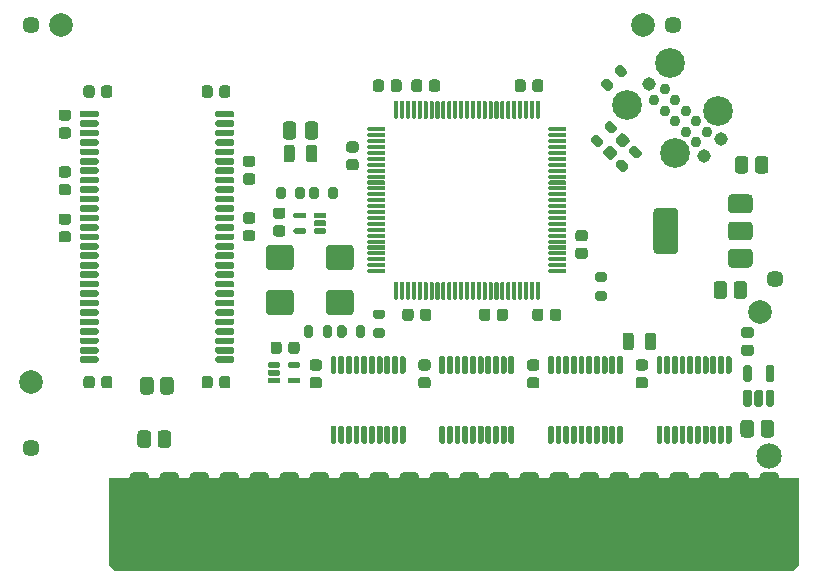
<source format=gts>
G04 #@! TF.GenerationSoftware,KiCad,Pcbnew,(5.1.10-1-10_14)*
G04 #@! TF.CreationDate,2021-10-29T05:10:37-04:00*
G04 #@! TF.ProjectId,RAM2GS,52414d32-4753-42e6-9b69-6361645f7063,2.0*
G04 #@! TF.SameCoordinates,Original*
G04 #@! TF.FileFunction,Soldermask,Top*
G04 #@! TF.FilePolarity,Negative*
%FSLAX46Y46*%
G04 Gerber Fmt 4.6, Leading zero omitted, Abs format (unit mm)*
G04 Created by KiCad (PCBNEW (5.1.10-1-10_14)) date 2021-10-29 05:10:37*
%MOMM*%
%LPD*%
G01*
G04 APERTURE LIST*
%ADD10C,0.100000*%
%ADD11C,1.448000*%
%ADD12C,2.000000*%
%ADD13C,2.524900*%
%ADD14C,0.937400*%
%ADD15C,1.140600*%
%ADD16C,2.150000*%
G04 APERTURE END LIST*
D10*
G36*
X113538000Y-139446000D02*
G01*
X113030000Y-139954000D01*
X55626000Y-139954000D01*
X55118000Y-139446000D01*
X55118000Y-132080000D01*
X113538000Y-132080000D01*
X113538000Y-139446000D01*
G37*
G36*
X113538000Y-139446000D02*
G01*
X113030000Y-139954000D01*
X55626000Y-139954000D01*
X55118000Y-139446000D01*
X55118000Y-132080000D01*
X113538000Y-132080000D01*
X113538000Y-139446000D01*
G37*
G36*
G01*
X74400000Y-119975000D02*
X74400000Y-119325000D01*
G75*
G02*
X74600000Y-119125000I200000J0D01*
G01*
X75000000Y-119125000D01*
G75*
G02*
X75200000Y-119325000I0J-200000D01*
G01*
X75200000Y-119975000D01*
G75*
G02*
X75000000Y-120175000I-200000J0D01*
G01*
X74600000Y-120175000D01*
G75*
G02*
X74400000Y-119975000I0J200000D01*
G01*
G37*
G36*
G01*
X76000000Y-119975000D02*
X76000000Y-119325000D01*
G75*
G02*
X76200000Y-119125000I200000J0D01*
G01*
X76600000Y-119125000D01*
G75*
G02*
X76800000Y-119325000I0J-200000D01*
G01*
X76800000Y-119975000D01*
G75*
G02*
X76600000Y-120175000I-200000J0D01*
G01*
X76200000Y-120175000D01*
G75*
G02*
X76000000Y-119975000I0J200000D01*
G01*
G37*
G36*
G01*
X101824500Y-123249000D02*
X101575500Y-123249000D01*
G75*
G02*
X101451000Y-123124500I0J124500D01*
G01*
X101451000Y-121875500D01*
G75*
G02*
X101575500Y-121751000I124500J0D01*
G01*
X101824500Y-121751000D01*
G75*
G02*
X101949000Y-121875500I0J-124500D01*
G01*
X101949000Y-123124500D01*
G75*
G02*
X101824500Y-123249000I-124500J0D01*
G01*
G37*
G36*
G01*
X102474500Y-123249000D02*
X102225500Y-123249000D01*
G75*
G02*
X102101000Y-123124500I0J124500D01*
G01*
X102101000Y-121875500D01*
G75*
G02*
X102225500Y-121751000I124500J0D01*
G01*
X102474500Y-121751000D01*
G75*
G02*
X102599000Y-121875500I0J-124500D01*
G01*
X102599000Y-123124500D01*
G75*
G02*
X102474500Y-123249000I-124500J0D01*
G01*
G37*
G36*
G01*
X103124500Y-123249000D02*
X102875500Y-123249000D01*
G75*
G02*
X102751000Y-123124500I0J124500D01*
G01*
X102751000Y-121875500D01*
G75*
G02*
X102875500Y-121751000I124500J0D01*
G01*
X103124500Y-121751000D01*
G75*
G02*
X103249000Y-121875500I0J-124500D01*
G01*
X103249000Y-123124500D01*
G75*
G02*
X103124500Y-123249000I-124500J0D01*
G01*
G37*
G36*
G01*
X103774500Y-123249000D02*
X103525500Y-123249000D01*
G75*
G02*
X103401000Y-123124500I0J124500D01*
G01*
X103401000Y-121875500D01*
G75*
G02*
X103525500Y-121751000I124500J0D01*
G01*
X103774500Y-121751000D01*
G75*
G02*
X103899000Y-121875500I0J-124500D01*
G01*
X103899000Y-123124500D01*
G75*
G02*
X103774500Y-123249000I-124500J0D01*
G01*
G37*
G36*
G01*
X104424500Y-123249000D02*
X104175500Y-123249000D01*
G75*
G02*
X104051000Y-123124500I0J124500D01*
G01*
X104051000Y-121875500D01*
G75*
G02*
X104175500Y-121751000I124500J0D01*
G01*
X104424500Y-121751000D01*
G75*
G02*
X104549000Y-121875500I0J-124500D01*
G01*
X104549000Y-123124500D01*
G75*
G02*
X104424500Y-123249000I-124500J0D01*
G01*
G37*
G36*
G01*
X105074500Y-123249000D02*
X104825500Y-123249000D01*
G75*
G02*
X104701000Y-123124500I0J124500D01*
G01*
X104701000Y-121875500D01*
G75*
G02*
X104825500Y-121751000I124500J0D01*
G01*
X105074500Y-121751000D01*
G75*
G02*
X105199000Y-121875500I0J-124500D01*
G01*
X105199000Y-123124500D01*
G75*
G02*
X105074500Y-123249000I-124500J0D01*
G01*
G37*
G36*
G01*
X105724500Y-123249000D02*
X105475500Y-123249000D01*
G75*
G02*
X105351000Y-123124500I0J124500D01*
G01*
X105351000Y-121875500D01*
G75*
G02*
X105475500Y-121751000I124500J0D01*
G01*
X105724500Y-121751000D01*
G75*
G02*
X105849000Y-121875500I0J-124500D01*
G01*
X105849000Y-123124500D01*
G75*
G02*
X105724500Y-123249000I-124500J0D01*
G01*
G37*
G36*
G01*
X106374500Y-123249000D02*
X106125500Y-123249000D01*
G75*
G02*
X106001000Y-123124500I0J124500D01*
G01*
X106001000Y-121875500D01*
G75*
G02*
X106125500Y-121751000I124500J0D01*
G01*
X106374500Y-121751000D01*
G75*
G02*
X106499000Y-121875500I0J-124500D01*
G01*
X106499000Y-123124500D01*
G75*
G02*
X106374500Y-123249000I-124500J0D01*
G01*
G37*
G36*
G01*
X107024500Y-123249000D02*
X106775500Y-123249000D01*
G75*
G02*
X106651000Y-123124500I0J124500D01*
G01*
X106651000Y-121875500D01*
G75*
G02*
X106775500Y-121751000I124500J0D01*
G01*
X107024500Y-121751000D01*
G75*
G02*
X107149000Y-121875500I0J-124500D01*
G01*
X107149000Y-123124500D01*
G75*
G02*
X107024500Y-123249000I-124500J0D01*
G01*
G37*
G36*
G01*
X107674500Y-123249000D02*
X107425500Y-123249000D01*
G75*
G02*
X107301000Y-123124500I0J124500D01*
G01*
X107301000Y-121875500D01*
G75*
G02*
X107425500Y-121751000I124500J0D01*
G01*
X107674500Y-121751000D01*
G75*
G02*
X107799000Y-121875500I0J-124500D01*
G01*
X107799000Y-123124500D01*
G75*
G02*
X107674500Y-123249000I-124500J0D01*
G01*
G37*
G36*
G01*
X107674500Y-129149000D02*
X107425500Y-129149000D01*
G75*
G02*
X107301000Y-129024500I0J124500D01*
G01*
X107301000Y-127775500D01*
G75*
G02*
X107425500Y-127651000I124500J0D01*
G01*
X107674500Y-127651000D01*
G75*
G02*
X107799000Y-127775500I0J-124500D01*
G01*
X107799000Y-129024500D01*
G75*
G02*
X107674500Y-129149000I-124500J0D01*
G01*
G37*
G36*
G01*
X107024500Y-129149000D02*
X106775500Y-129149000D01*
G75*
G02*
X106651000Y-129024500I0J124500D01*
G01*
X106651000Y-127775500D01*
G75*
G02*
X106775500Y-127651000I124500J0D01*
G01*
X107024500Y-127651000D01*
G75*
G02*
X107149000Y-127775500I0J-124500D01*
G01*
X107149000Y-129024500D01*
G75*
G02*
X107024500Y-129149000I-124500J0D01*
G01*
G37*
G36*
G01*
X106374500Y-129149000D02*
X106125500Y-129149000D01*
G75*
G02*
X106001000Y-129024500I0J124500D01*
G01*
X106001000Y-127775500D01*
G75*
G02*
X106125500Y-127651000I124500J0D01*
G01*
X106374500Y-127651000D01*
G75*
G02*
X106499000Y-127775500I0J-124500D01*
G01*
X106499000Y-129024500D01*
G75*
G02*
X106374500Y-129149000I-124500J0D01*
G01*
G37*
G36*
G01*
X105724500Y-129149000D02*
X105475500Y-129149000D01*
G75*
G02*
X105351000Y-129024500I0J124500D01*
G01*
X105351000Y-127775500D01*
G75*
G02*
X105475500Y-127651000I124500J0D01*
G01*
X105724500Y-127651000D01*
G75*
G02*
X105849000Y-127775500I0J-124500D01*
G01*
X105849000Y-129024500D01*
G75*
G02*
X105724500Y-129149000I-124500J0D01*
G01*
G37*
G36*
G01*
X105074500Y-129149000D02*
X104825500Y-129149000D01*
G75*
G02*
X104701000Y-129024500I0J124500D01*
G01*
X104701000Y-127775500D01*
G75*
G02*
X104825500Y-127651000I124500J0D01*
G01*
X105074500Y-127651000D01*
G75*
G02*
X105199000Y-127775500I0J-124500D01*
G01*
X105199000Y-129024500D01*
G75*
G02*
X105074500Y-129149000I-124500J0D01*
G01*
G37*
G36*
G01*
X104424500Y-129149000D02*
X104175500Y-129149000D01*
G75*
G02*
X104051000Y-129024500I0J124500D01*
G01*
X104051000Y-127775500D01*
G75*
G02*
X104175500Y-127651000I124500J0D01*
G01*
X104424500Y-127651000D01*
G75*
G02*
X104549000Y-127775500I0J-124500D01*
G01*
X104549000Y-129024500D01*
G75*
G02*
X104424500Y-129149000I-124500J0D01*
G01*
G37*
G36*
G01*
X103774500Y-129149000D02*
X103525500Y-129149000D01*
G75*
G02*
X103401000Y-129024500I0J124500D01*
G01*
X103401000Y-127775500D01*
G75*
G02*
X103525500Y-127651000I124500J0D01*
G01*
X103774500Y-127651000D01*
G75*
G02*
X103899000Y-127775500I0J-124500D01*
G01*
X103899000Y-129024500D01*
G75*
G02*
X103774500Y-129149000I-124500J0D01*
G01*
G37*
G36*
G01*
X103124500Y-129149000D02*
X102875500Y-129149000D01*
G75*
G02*
X102751000Y-129024500I0J124500D01*
G01*
X102751000Y-127775500D01*
G75*
G02*
X102875500Y-127651000I124500J0D01*
G01*
X103124500Y-127651000D01*
G75*
G02*
X103249000Y-127775500I0J-124500D01*
G01*
X103249000Y-129024500D01*
G75*
G02*
X103124500Y-129149000I-124500J0D01*
G01*
G37*
G36*
G01*
X102474500Y-129149000D02*
X102225500Y-129149000D01*
G75*
G02*
X102101000Y-129024500I0J124500D01*
G01*
X102101000Y-127775500D01*
G75*
G02*
X102225500Y-127651000I124500J0D01*
G01*
X102474500Y-127651000D01*
G75*
G02*
X102599000Y-127775500I0J-124500D01*
G01*
X102599000Y-129024500D01*
G75*
G02*
X102474500Y-129149000I-124500J0D01*
G01*
G37*
G36*
G01*
X101824500Y-129149000D02*
X101575500Y-129149000D01*
G75*
G02*
X101451000Y-129024500I0J124500D01*
G01*
X101451000Y-127775500D01*
G75*
G02*
X101575500Y-127651000I124500J0D01*
G01*
X101824500Y-127651000D01*
G75*
G02*
X101949000Y-127775500I0J-124500D01*
G01*
X101949000Y-129024500D01*
G75*
G02*
X101824500Y-129149000I-124500J0D01*
G01*
G37*
G36*
G01*
X64095000Y-101389500D02*
X64095000Y-101110500D01*
G75*
G02*
X64234500Y-100971000I139500J0D01*
G01*
X65565500Y-100971000D01*
G75*
G02*
X65705000Y-101110500I0J-139500D01*
G01*
X65705000Y-101389500D01*
G75*
G02*
X65565500Y-101529000I-139500J0D01*
G01*
X64234500Y-101529000D01*
G75*
G02*
X64095000Y-101389500I0J139500D01*
G01*
G37*
G36*
G01*
X64095000Y-102189500D02*
X64095000Y-101910500D01*
G75*
G02*
X64234500Y-101771000I139500J0D01*
G01*
X65565500Y-101771000D01*
G75*
G02*
X65705000Y-101910500I0J-139500D01*
G01*
X65705000Y-102189500D01*
G75*
G02*
X65565500Y-102329000I-139500J0D01*
G01*
X64234500Y-102329000D01*
G75*
G02*
X64095000Y-102189500I0J139500D01*
G01*
G37*
G36*
G01*
X64095000Y-102989500D02*
X64095000Y-102710500D01*
G75*
G02*
X64234500Y-102571000I139500J0D01*
G01*
X65565500Y-102571000D01*
G75*
G02*
X65705000Y-102710500I0J-139500D01*
G01*
X65705000Y-102989500D01*
G75*
G02*
X65565500Y-103129000I-139500J0D01*
G01*
X64234500Y-103129000D01*
G75*
G02*
X64095000Y-102989500I0J139500D01*
G01*
G37*
G36*
G01*
X64095000Y-103789500D02*
X64095000Y-103510500D01*
G75*
G02*
X64234500Y-103371000I139500J0D01*
G01*
X65565500Y-103371000D01*
G75*
G02*
X65705000Y-103510500I0J-139500D01*
G01*
X65705000Y-103789500D01*
G75*
G02*
X65565500Y-103929000I-139500J0D01*
G01*
X64234500Y-103929000D01*
G75*
G02*
X64095000Y-103789500I0J139500D01*
G01*
G37*
G36*
G01*
X64095000Y-104589500D02*
X64095000Y-104310500D01*
G75*
G02*
X64234500Y-104171000I139500J0D01*
G01*
X65565500Y-104171000D01*
G75*
G02*
X65705000Y-104310500I0J-139500D01*
G01*
X65705000Y-104589500D01*
G75*
G02*
X65565500Y-104729000I-139500J0D01*
G01*
X64234500Y-104729000D01*
G75*
G02*
X64095000Y-104589500I0J139500D01*
G01*
G37*
G36*
G01*
X64095000Y-105389500D02*
X64095000Y-105110500D01*
G75*
G02*
X64234500Y-104971000I139500J0D01*
G01*
X65565500Y-104971000D01*
G75*
G02*
X65705000Y-105110500I0J-139500D01*
G01*
X65705000Y-105389500D01*
G75*
G02*
X65565500Y-105529000I-139500J0D01*
G01*
X64234500Y-105529000D01*
G75*
G02*
X64095000Y-105389500I0J139500D01*
G01*
G37*
G36*
G01*
X64095000Y-106189500D02*
X64095000Y-105910500D01*
G75*
G02*
X64234500Y-105771000I139500J0D01*
G01*
X65565500Y-105771000D01*
G75*
G02*
X65705000Y-105910500I0J-139500D01*
G01*
X65705000Y-106189500D01*
G75*
G02*
X65565500Y-106329000I-139500J0D01*
G01*
X64234500Y-106329000D01*
G75*
G02*
X64095000Y-106189500I0J139500D01*
G01*
G37*
G36*
G01*
X64095000Y-106989500D02*
X64095000Y-106710500D01*
G75*
G02*
X64234500Y-106571000I139500J0D01*
G01*
X65565500Y-106571000D01*
G75*
G02*
X65705000Y-106710500I0J-139500D01*
G01*
X65705000Y-106989500D01*
G75*
G02*
X65565500Y-107129000I-139500J0D01*
G01*
X64234500Y-107129000D01*
G75*
G02*
X64095000Y-106989500I0J139500D01*
G01*
G37*
G36*
G01*
X64095000Y-107789500D02*
X64095000Y-107510500D01*
G75*
G02*
X64234500Y-107371000I139500J0D01*
G01*
X65565500Y-107371000D01*
G75*
G02*
X65705000Y-107510500I0J-139500D01*
G01*
X65705000Y-107789500D01*
G75*
G02*
X65565500Y-107929000I-139500J0D01*
G01*
X64234500Y-107929000D01*
G75*
G02*
X64095000Y-107789500I0J139500D01*
G01*
G37*
G36*
G01*
X64095000Y-108589500D02*
X64095000Y-108310500D01*
G75*
G02*
X64234500Y-108171000I139500J0D01*
G01*
X65565500Y-108171000D01*
G75*
G02*
X65705000Y-108310500I0J-139500D01*
G01*
X65705000Y-108589500D01*
G75*
G02*
X65565500Y-108729000I-139500J0D01*
G01*
X64234500Y-108729000D01*
G75*
G02*
X64095000Y-108589500I0J139500D01*
G01*
G37*
G36*
G01*
X64095000Y-109389500D02*
X64095000Y-109110500D01*
G75*
G02*
X64234500Y-108971000I139500J0D01*
G01*
X65565500Y-108971000D01*
G75*
G02*
X65705000Y-109110500I0J-139500D01*
G01*
X65705000Y-109389500D01*
G75*
G02*
X65565500Y-109529000I-139500J0D01*
G01*
X64234500Y-109529000D01*
G75*
G02*
X64095000Y-109389500I0J139500D01*
G01*
G37*
G36*
G01*
X64095000Y-110189500D02*
X64095000Y-109910500D01*
G75*
G02*
X64234500Y-109771000I139500J0D01*
G01*
X65565500Y-109771000D01*
G75*
G02*
X65705000Y-109910500I0J-139500D01*
G01*
X65705000Y-110189500D01*
G75*
G02*
X65565500Y-110329000I-139500J0D01*
G01*
X64234500Y-110329000D01*
G75*
G02*
X64095000Y-110189500I0J139500D01*
G01*
G37*
G36*
G01*
X64095000Y-110989500D02*
X64095000Y-110710500D01*
G75*
G02*
X64234500Y-110571000I139500J0D01*
G01*
X65565500Y-110571000D01*
G75*
G02*
X65705000Y-110710500I0J-139500D01*
G01*
X65705000Y-110989500D01*
G75*
G02*
X65565500Y-111129000I-139500J0D01*
G01*
X64234500Y-111129000D01*
G75*
G02*
X64095000Y-110989500I0J139500D01*
G01*
G37*
G36*
G01*
X64095000Y-111789500D02*
X64095000Y-111510500D01*
G75*
G02*
X64234500Y-111371000I139500J0D01*
G01*
X65565500Y-111371000D01*
G75*
G02*
X65705000Y-111510500I0J-139500D01*
G01*
X65705000Y-111789500D01*
G75*
G02*
X65565500Y-111929000I-139500J0D01*
G01*
X64234500Y-111929000D01*
G75*
G02*
X64095000Y-111789500I0J139500D01*
G01*
G37*
G36*
G01*
X64095000Y-112589500D02*
X64095000Y-112310500D01*
G75*
G02*
X64234500Y-112171000I139500J0D01*
G01*
X65565500Y-112171000D01*
G75*
G02*
X65705000Y-112310500I0J-139500D01*
G01*
X65705000Y-112589500D01*
G75*
G02*
X65565500Y-112729000I-139500J0D01*
G01*
X64234500Y-112729000D01*
G75*
G02*
X64095000Y-112589500I0J139500D01*
G01*
G37*
G36*
G01*
X64095000Y-113389500D02*
X64095000Y-113110500D01*
G75*
G02*
X64234500Y-112971000I139500J0D01*
G01*
X65565500Y-112971000D01*
G75*
G02*
X65705000Y-113110500I0J-139500D01*
G01*
X65705000Y-113389500D01*
G75*
G02*
X65565500Y-113529000I-139500J0D01*
G01*
X64234500Y-113529000D01*
G75*
G02*
X64095000Y-113389500I0J139500D01*
G01*
G37*
G36*
G01*
X64095000Y-114189500D02*
X64095000Y-113910500D01*
G75*
G02*
X64234500Y-113771000I139500J0D01*
G01*
X65565500Y-113771000D01*
G75*
G02*
X65705000Y-113910500I0J-139500D01*
G01*
X65705000Y-114189500D01*
G75*
G02*
X65565500Y-114329000I-139500J0D01*
G01*
X64234500Y-114329000D01*
G75*
G02*
X64095000Y-114189500I0J139500D01*
G01*
G37*
G36*
G01*
X64095000Y-114989500D02*
X64095000Y-114710500D01*
G75*
G02*
X64234500Y-114571000I139500J0D01*
G01*
X65565500Y-114571000D01*
G75*
G02*
X65705000Y-114710500I0J-139500D01*
G01*
X65705000Y-114989500D01*
G75*
G02*
X65565500Y-115129000I-139500J0D01*
G01*
X64234500Y-115129000D01*
G75*
G02*
X64095000Y-114989500I0J139500D01*
G01*
G37*
G36*
G01*
X64095000Y-115789500D02*
X64095000Y-115510500D01*
G75*
G02*
X64234500Y-115371000I139500J0D01*
G01*
X65565500Y-115371000D01*
G75*
G02*
X65705000Y-115510500I0J-139500D01*
G01*
X65705000Y-115789500D01*
G75*
G02*
X65565500Y-115929000I-139500J0D01*
G01*
X64234500Y-115929000D01*
G75*
G02*
X64095000Y-115789500I0J139500D01*
G01*
G37*
G36*
G01*
X64095000Y-116589500D02*
X64095000Y-116310500D01*
G75*
G02*
X64234500Y-116171000I139500J0D01*
G01*
X65565500Y-116171000D01*
G75*
G02*
X65705000Y-116310500I0J-139500D01*
G01*
X65705000Y-116589500D01*
G75*
G02*
X65565500Y-116729000I-139500J0D01*
G01*
X64234500Y-116729000D01*
G75*
G02*
X64095000Y-116589500I0J139500D01*
G01*
G37*
G36*
G01*
X64095000Y-117389500D02*
X64095000Y-117110500D01*
G75*
G02*
X64234500Y-116971000I139500J0D01*
G01*
X65565500Y-116971000D01*
G75*
G02*
X65705000Y-117110500I0J-139500D01*
G01*
X65705000Y-117389500D01*
G75*
G02*
X65565500Y-117529000I-139500J0D01*
G01*
X64234500Y-117529000D01*
G75*
G02*
X64095000Y-117389500I0J139500D01*
G01*
G37*
G36*
G01*
X64095000Y-118189500D02*
X64095000Y-117910500D01*
G75*
G02*
X64234500Y-117771000I139500J0D01*
G01*
X65565500Y-117771000D01*
G75*
G02*
X65705000Y-117910500I0J-139500D01*
G01*
X65705000Y-118189500D01*
G75*
G02*
X65565500Y-118329000I-139500J0D01*
G01*
X64234500Y-118329000D01*
G75*
G02*
X64095000Y-118189500I0J139500D01*
G01*
G37*
G36*
G01*
X64095000Y-118989500D02*
X64095000Y-118710500D01*
G75*
G02*
X64234500Y-118571000I139500J0D01*
G01*
X65565500Y-118571000D01*
G75*
G02*
X65705000Y-118710500I0J-139500D01*
G01*
X65705000Y-118989500D01*
G75*
G02*
X65565500Y-119129000I-139500J0D01*
G01*
X64234500Y-119129000D01*
G75*
G02*
X64095000Y-118989500I0J139500D01*
G01*
G37*
G36*
G01*
X64095000Y-119789500D02*
X64095000Y-119510500D01*
G75*
G02*
X64234500Y-119371000I139500J0D01*
G01*
X65565500Y-119371000D01*
G75*
G02*
X65705000Y-119510500I0J-139500D01*
G01*
X65705000Y-119789500D01*
G75*
G02*
X65565500Y-119929000I-139500J0D01*
G01*
X64234500Y-119929000D01*
G75*
G02*
X64095000Y-119789500I0J139500D01*
G01*
G37*
G36*
G01*
X64095000Y-120589500D02*
X64095000Y-120310500D01*
G75*
G02*
X64234500Y-120171000I139500J0D01*
G01*
X65565500Y-120171000D01*
G75*
G02*
X65705000Y-120310500I0J-139500D01*
G01*
X65705000Y-120589500D01*
G75*
G02*
X65565500Y-120729000I-139500J0D01*
G01*
X64234500Y-120729000D01*
G75*
G02*
X64095000Y-120589500I0J139500D01*
G01*
G37*
G36*
G01*
X64095000Y-121389500D02*
X64095000Y-121110500D01*
G75*
G02*
X64234500Y-120971000I139500J0D01*
G01*
X65565500Y-120971000D01*
G75*
G02*
X65705000Y-121110500I0J-139500D01*
G01*
X65705000Y-121389500D01*
G75*
G02*
X65565500Y-121529000I-139500J0D01*
G01*
X64234500Y-121529000D01*
G75*
G02*
X64095000Y-121389500I0J139500D01*
G01*
G37*
G36*
G01*
X64095000Y-122189500D02*
X64095000Y-121910500D01*
G75*
G02*
X64234500Y-121771000I139500J0D01*
G01*
X65565500Y-121771000D01*
G75*
G02*
X65705000Y-121910500I0J-139500D01*
G01*
X65705000Y-122189500D01*
G75*
G02*
X65565500Y-122329000I-139500J0D01*
G01*
X64234500Y-122329000D01*
G75*
G02*
X64095000Y-122189500I0J139500D01*
G01*
G37*
G36*
G01*
X52595000Y-122189500D02*
X52595000Y-121910500D01*
G75*
G02*
X52734500Y-121771000I139500J0D01*
G01*
X54065500Y-121771000D01*
G75*
G02*
X54205000Y-121910500I0J-139500D01*
G01*
X54205000Y-122189500D01*
G75*
G02*
X54065500Y-122329000I-139500J0D01*
G01*
X52734500Y-122329000D01*
G75*
G02*
X52595000Y-122189500I0J139500D01*
G01*
G37*
G36*
G01*
X52595000Y-121389500D02*
X52595000Y-121110500D01*
G75*
G02*
X52734500Y-120971000I139500J0D01*
G01*
X54065500Y-120971000D01*
G75*
G02*
X54205000Y-121110500I0J-139500D01*
G01*
X54205000Y-121389500D01*
G75*
G02*
X54065500Y-121529000I-139500J0D01*
G01*
X52734500Y-121529000D01*
G75*
G02*
X52595000Y-121389500I0J139500D01*
G01*
G37*
G36*
G01*
X52595000Y-120589500D02*
X52595000Y-120310500D01*
G75*
G02*
X52734500Y-120171000I139500J0D01*
G01*
X54065500Y-120171000D01*
G75*
G02*
X54205000Y-120310500I0J-139500D01*
G01*
X54205000Y-120589500D01*
G75*
G02*
X54065500Y-120729000I-139500J0D01*
G01*
X52734500Y-120729000D01*
G75*
G02*
X52595000Y-120589500I0J139500D01*
G01*
G37*
G36*
G01*
X52595000Y-119789500D02*
X52595000Y-119510500D01*
G75*
G02*
X52734500Y-119371000I139500J0D01*
G01*
X54065500Y-119371000D01*
G75*
G02*
X54205000Y-119510500I0J-139500D01*
G01*
X54205000Y-119789500D01*
G75*
G02*
X54065500Y-119929000I-139500J0D01*
G01*
X52734500Y-119929000D01*
G75*
G02*
X52595000Y-119789500I0J139500D01*
G01*
G37*
G36*
G01*
X52595000Y-118989500D02*
X52595000Y-118710500D01*
G75*
G02*
X52734500Y-118571000I139500J0D01*
G01*
X54065500Y-118571000D01*
G75*
G02*
X54205000Y-118710500I0J-139500D01*
G01*
X54205000Y-118989500D01*
G75*
G02*
X54065500Y-119129000I-139500J0D01*
G01*
X52734500Y-119129000D01*
G75*
G02*
X52595000Y-118989500I0J139500D01*
G01*
G37*
G36*
G01*
X52595000Y-118189500D02*
X52595000Y-117910500D01*
G75*
G02*
X52734500Y-117771000I139500J0D01*
G01*
X54065500Y-117771000D01*
G75*
G02*
X54205000Y-117910500I0J-139500D01*
G01*
X54205000Y-118189500D01*
G75*
G02*
X54065500Y-118329000I-139500J0D01*
G01*
X52734500Y-118329000D01*
G75*
G02*
X52595000Y-118189500I0J139500D01*
G01*
G37*
G36*
G01*
X52595000Y-117389500D02*
X52595000Y-117110500D01*
G75*
G02*
X52734500Y-116971000I139500J0D01*
G01*
X54065500Y-116971000D01*
G75*
G02*
X54205000Y-117110500I0J-139500D01*
G01*
X54205000Y-117389500D01*
G75*
G02*
X54065500Y-117529000I-139500J0D01*
G01*
X52734500Y-117529000D01*
G75*
G02*
X52595000Y-117389500I0J139500D01*
G01*
G37*
G36*
G01*
X52595000Y-116589500D02*
X52595000Y-116310500D01*
G75*
G02*
X52734500Y-116171000I139500J0D01*
G01*
X54065500Y-116171000D01*
G75*
G02*
X54205000Y-116310500I0J-139500D01*
G01*
X54205000Y-116589500D01*
G75*
G02*
X54065500Y-116729000I-139500J0D01*
G01*
X52734500Y-116729000D01*
G75*
G02*
X52595000Y-116589500I0J139500D01*
G01*
G37*
G36*
G01*
X52595000Y-115789500D02*
X52595000Y-115510500D01*
G75*
G02*
X52734500Y-115371000I139500J0D01*
G01*
X54065500Y-115371000D01*
G75*
G02*
X54205000Y-115510500I0J-139500D01*
G01*
X54205000Y-115789500D01*
G75*
G02*
X54065500Y-115929000I-139500J0D01*
G01*
X52734500Y-115929000D01*
G75*
G02*
X52595000Y-115789500I0J139500D01*
G01*
G37*
G36*
G01*
X52595000Y-114989500D02*
X52595000Y-114710500D01*
G75*
G02*
X52734500Y-114571000I139500J0D01*
G01*
X54065500Y-114571000D01*
G75*
G02*
X54205000Y-114710500I0J-139500D01*
G01*
X54205000Y-114989500D01*
G75*
G02*
X54065500Y-115129000I-139500J0D01*
G01*
X52734500Y-115129000D01*
G75*
G02*
X52595000Y-114989500I0J139500D01*
G01*
G37*
G36*
G01*
X52595000Y-114189500D02*
X52595000Y-113910500D01*
G75*
G02*
X52734500Y-113771000I139500J0D01*
G01*
X54065500Y-113771000D01*
G75*
G02*
X54205000Y-113910500I0J-139500D01*
G01*
X54205000Y-114189500D01*
G75*
G02*
X54065500Y-114329000I-139500J0D01*
G01*
X52734500Y-114329000D01*
G75*
G02*
X52595000Y-114189500I0J139500D01*
G01*
G37*
G36*
G01*
X52595000Y-113389500D02*
X52595000Y-113110500D01*
G75*
G02*
X52734500Y-112971000I139500J0D01*
G01*
X54065500Y-112971000D01*
G75*
G02*
X54205000Y-113110500I0J-139500D01*
G01*
X54205000Y-113389500D01*
G75*
G02*
X54065500Y-113529000I-139500J0D01*
G01*
X52734500Y-113529000D01*
G75*
G02*
X52595000Y-113389500I0J139500D01*
G01*
G37*
G36*
G01*
X52595000Y-112589500D02*
X52595000Y-112310500D01*
G75*
G02*
X52734500Y-112171000I139500J0D01*
G01*
X54065500Y-112171000D01*
G75*
G02*
X54205000Y-112310500I0J-139500D01*
G01*
X54205000Y-112589500D01*
G75*
G02*
X54065500Y-112729000I-139500J0D01*
G01*
X52734500Y-112729000D01*
G75*
G02*
X52595000Y-112589500I0J139500D01*
G01*
G37*
G36*
G01*
X52595000Y-111789500D02*
X52595000Y-111510500D01*
G75*
G02*
X52734500Y-111371000I139500J0D01*
G01*
X54065500Y-111371000D01*
G75*
G02*
X54205000Y-111510500I0J-139500D01*
G01*
X54205000Y-111789500D01*
G75*
G02*
X54065500Y-111929000I-139500J0D01*
G01*
X52734500Y-111929000D01*
G75*
G02*
X52595000Y-111789500I0J139500D01*
G01*
G37*
G36*
G01*
X52595000Y-110989500D02*
X52595000Y-110710500D01*
G75*
G02*
X52734500Y-110571000I139500J0D01*
G01*
X54065500Y-110571000D01*
G75*
G02*
X54205000Y-110710500I0J-139500D01*
G01*
X54205000Y-110989500D01*
G75*
G02*
X54065500Y-111129000I-139500J0D01*
G01*
X52734500Y-111129000D01*
G75*
G02*
X52595000Y-110989500I0J139500D01*
G01*
G37*
G36*
G01*
X52595000Y-110189500D02*
X52595000Y-109910500D01*
G75*
G02*
X52734500Y-109771000I139500J0D01*
G01*
X54065500Y-109771000D01*
G75*
G02*
X54205000Y-109910500I0J-139500D01*
G01*
X54205000Y-110189500D01*
G75*
G02*
X54065500Y-110329000I-139500J0D01*
G01*
X52734500Y-110329000D01*
G75*
G02*
X52595000Y-110189500I0J139500D01*
G01*
G37*
G36*
G01*
X52595000Y-109389500D02*
X52595000Y-109110500D01*
G75*
G02*
X52734500Y-108971000I139500J0D01*
G01*
X54065500Y-108971000D01*
G75*
G02*
X54205000Y-109110500I0J-139500D01*
G01*
X54205000Y-109389500D01*
G75*
G02*
X54065500Y-109529000I-139500J0D01*
G01*
X52734500Y-109529000D01*
G75*
G02*
X52595000Y-109389500I0J139500D01*
G01*
G37*
G36*
G01*
X52595000Y-108589500D02*
X52595000Y-108310500D01*
G75*
G02*
X52734500Y-108171000I139500J0D01*
G01*
X54065500Y-108171000D01*
G75*
G02*
X54205000Y-108310500I0J-139500D01*
G01*
X54205000Y-108589500D01*
G75*
G02*
X54065500Y-108729000I-139500J0D01*
G01*
X52734500Y-108729000D01*
G75*
G02*
X52595000Y-108589500I0J139500D01*
G01*
G37*
G36*
G01*
X52595000Y-107789500D02*
X52595000Y-107510500D01*
G75*
G02*
X52734500Y-107371000I139500J0D01*
G01*
X54065500Y-107371000D01*
G75*
G02*
X54205000Y-107510500I0J-139500D01*
G01*
X54205000Y-107789500D01*
G75*
G02*
X54065500Y-107929000I-139500J0D01*
G01*
X52734500Y-107929000D01*
G75*
G02*
X52595000Y-107789500I0J139500D01*
G01*
G37*
G36*
G01*
X52595000Y-106989500D02*
X52595000Y-106710500D01*
G75*
G02*
X52734500Y-106571000I139500J0D01*
G01*
X54065500Y-106571000D01*
G75*
G02*
X54205000Y-106710500I0J-139500D01*
G01*
X54205000Y-106989500D01*
G75*
G02*
X54065500Y-107129000I-139500J0D01*
G01*
X52734500Y-107129000D01*
G75*
G02*
X52595000Y-106989500I0J139500D01*
G01*
G37*
G36*
G01*
X52595000Y-106189500D02*
X52595000Y-105910500D01*
G75*
G02*
X52734500Y-105771000I139500J0D01*
G01*
X54065500Y-105771000D01*
G75*
G02*
X54205000Y-105910500I0J-139500D01*
G01*
X54205000Y-106189500D01*
G75*
G02*
X54065500Y-106329000I-139500J0D01*
G01*
X52734500Y-106329000D01*
G75*
G02*
X52595000Y-106189500I0J139500D01*
G01*
G37*
G36*
G01*
X52595000Y-105389500D02*
X52595000Y-105110500D01*
G75*
G02*
X52734500Y-104971000I139500J0D01*
G01*
X54065500Y-104971000D01*
G75*
G02*
X54205000Y-105110500I0J-139500D01*
G01*
X54205000Y-105389500D01*
G75*
G02*
X54065500Y-105529000I-139500J0D01*
G01*
X52734500Y-105529000D01*
G75*
G02*
X52595000Y-105389500I0J139500D01*
G01*
G37*
G36*
G01*
X52595000Y-104589500D02*
X52595000Y-104310500D01*
G75*
G02*
X52734500Y-104171000I139500J0D01*
G01*
X54065500Y-104171000D01*
G75*
G02*
X54205000Y-104310500I0J-139500D01*
G01*
X54205000Y-104589500D01*
G75*
G02*
X54065500Y-104729000I-139500J0D01*
G01*
X52734500Y-104729000D01*
G75*
G02*
X52595000Y-104589500I0J139500D01*
G01*
G37*
G36*
G01*
X52595000Y-103789500D02*
X52595000Y-103510500D01*
G75*
G02*
X52734500Y-103371000I139500J0D01*
G01*
X54065500Y-103371000D01*
G75*
G02*
X54205000Y-103510500I0J-139500D01*
G01*
X54205000Y-103789500D01*
G75*
G02*
X54065500Y-103929000I-139500J0D01*
G01*
X52734500Y-103929000D01*
G75*
G02*
X52595000Y-103789500I0J139500D01*
G01*
G37*
G36*
G01*
X52595000Y-102989500D02*
X52595000Y-102710500D01*
G75*
G02*
X52734500Y-102571000I139500J0D01*
G01*
X54065500Y-102571000D01*
G75*
G02*
X54205000Y-102710500I0J-139500D01*
G01*
X54205000Y-102989500D01*
G75*
G02*
X54065500Y-103129000I-139500J0D01*
G01*
X52734500Y-103129000D01*
G75*
G02*
X52595000Y-102989500I0J139500D01*
G01*
G37*
G36*
G01*
X52595000Y-102189500D02*
X52595000Y-101910500D01*
G75*
G02*
X52734500Y-101771000I139500J0D01*
G01*
X54065500Y-101771000D01*
G75*
G02*
X54205000Y-101910500I0J-139500D01*
G01*
X54205000Y-102189500D01*
G75*
G02*
X54065500Y-102329000I-139500J0D01*
G01*
X52734500Y-102329000D01*
G75*
G02*
X52595000Y-102189500I0J139500D01*
G01*
G37*
G36*
G01*
X52595000Y-101389500D02*
X52595000Y-101110500D01*
G75*
G02*
X52734500Y-100971000I139500J0D01*
G01*
X54065500Y-100971000D01*
G75*
G02*
X54205000Y-101110500I0J-139500D01*
G01*
X54205000Y-101389500D01*
G75*
G02*
X54065500Y-101529000I-139500J0D01*
G01*
X52734500Y-101529000D01*
G75*
G02*
X52595000Y-101389500I0J139500D01*
G01*
G37*
G36*
G01*
X69725000Y-120762500D02*
X69725000Y-121337500D01*
G75*
G02*
X69487500Y-121575000I-237500J0D01*
G01*
X69012500Y-121575000D01*
G75*
G02*
X68775000Y-121337500I0J237500D01*
G01*
X68775000Y-120762500D01*
G75*
G02*
X69012500Y-120525000I237500J0D01*
G01*
X69487500Y-120525000D01*
G75*
G02*
X69725000Y-120762500I0J-237500D01*
G01*
G37*
G36*
G01*
X71225000Y-120762500D02*
X71225000Y-121337500D01*
G75*
G02*
X70987500Y-121575000I-237500J0D01*
G01*
X70512500Y-121575000D01*
G75*
G02*
X70275000Y-121337500I0J237500D01*
G01*
X70275000Y-120762500D01*
G75*
G02*
X70512500Y-120525000I237500J0D01*
G01*
X70987500Y-120525000D01*
G75*
G02*
X71225000Y-120762500I0J-237500D01*
G01*
G37*
G36*
G01*
X69787500Y-110125000D02*
X69212500Y-110125000D01*
G75*
G02*
X68975000Y-109887500I0J237500D01*
G01*
X68975000Y-109412500D01*
G75*
G02*
X69212500Y-109175000I237500J0D01*
G01*
X69787500Y-109175000D01*
G75*
G02*
X70025000Y-109412500I0J-237500D01*
G01*
X70025000Y-109887500D01*
G75*
G02*
X69787500Y-110125000I-237500J0D01*
G01*
G37*
G36*
G01*
X69787500Y-111625000D02*
X69212500Y-111625000D01*
G75*
G02*
X68975000Y-111387500I0J237500D01*
G01*
X68975000Y-110912500D01*
G75*
G02*
X69212500Y-110675000I237500J0D01*
G01*
X69787500Y-110675000D01*
G75*
G02*
X70025000Y-110912500I0J-237500D01*
G01*
X70025000Y-111387500D01*
G75*
G02*
X69787500Y-111625000I-237500J0D01*
G01*
G37*
G36*
G01*
X93824000Y-114463000D02*
X93824000Y-114637000D01*
G75*
G02*
X93737000Y-114724000I-87000J0D01*
G01*
X92388000Y-114724000D01*
G75*
G02*
X92301000Y-114637000I0J87000D01*
G01*
X92301000Y-114463000D01*
G75*
G02*
X92388000Y-114376000I87000J0D01*
G01*
X93737000Y-114376000D01*
G75*
G02*
X93824000Y-114463000I0J-87000D01*
G01*
G37*
G36*
G01*
X93824000Y-113963000D02*
X93824000Y-114137000D01*
G75*
G02*
X93737000Y-114224000I-87000J0D01*
G01*
X92388000Y-114224000D01*
G75*
G02*
X92301000Y-114137000I0J87000D01*
G01*
X92301000Y-113963000D01*
G75*
G02*
X92388000Y-113876000I87000J0D01*
G01*
X93737000Y-113876000D01*
G75*
G02*
X93824000Y-113963000I0J-87000D01*
G01*
G37*
G36*
G01*
X93824000Y-113463000D02*
X93824000Y-113637000D01*
G75*
G02*
X93737000Y-113724000I-87000J0D01*
G01*
X92388000Y-113724000D01*
G75*
G02*
X92301000Y-113637000I0J87000D01*
G01*
X92301000Y-113463000D01*
G75*
G02*
X92388000Y-113376000I87000J0D01*
G01*
X93737000Y-113376000D01*
G75*
G02*
X93824000Y-113463000I0J-87000D01*
G01*
G37*
G36*
G01*
X93824000Y-112963000D02*
X93824000Y-113137000D01*
G75*
G02*
X93737000Y-113224000I-87000J0D01*
G01*
X92388000Y-113224000D01*
G75*
G02*
X92301000Y-113137000I0J87000D01*
G01*
X92301000Y-112963000D01*
G75*
G02*
X92388000Y-112876000I87000J0D01*
G01*
X93737000Y-112876000D01*
G75*
G02*
X93824000Y-112963000I0J-87000D01*
G01*
G37*
G36*
G01*
X93824000Y-112463000D02*
X93824000Y-112637000D01*
G75*
G02*
X93737000Y-112724000I-87000J0D01*
G01*
X92388000Y-112724000D01*
G75*
G02*
X92301000Y-112637000I0J87000D01*
G01*
X92301000Y-112463000D01*
G75*
G02*
X92388000Y-112376000I87000J0D01*
G01*
X93737000Y-112376000D01*
G75*
G02*
X93824000Y-112463000I0J-87000D01*
G01*
G37*
G36*
G01*
X93824000Y-111963000D02*
X93824000Y-112137000D01*
G75*
G02*
X93737000Y-112224000I-87000J0D01*
G01*
X92388000Y-112224000D01*
G75*
G02*
X92301000Y-112137000I0J87000D01*
G01*
X92301000Y-111963000D01*
G75*
G02*
X92388000Y-111876000I87000J0D01*
G01*
X93737000Y-111876000D01*
G75*
G02*
X93824000Y-111963000I0J-87000D01*
G01*
G37*
G36*
G01*
X93824000Y-111463000D02*
X93824000Y-111637000D01*
G75*
G02*
X93737000Y-111724000I-87000J0D01*
G01*
X92388000Y-111724000D01*
G75*
G02*
X92301000Y-111637000I0J87000D01*
G01*
X92301000Y-111463000D01*
G75*
G02*
X92388000Y-111376000I87000J0D01*
G01*
X93737000Y-111376000D01*
G75*
G02*
X93824000Y-111463000I0J-87000D01*
G01*
G37*
G36*
G01*
X93824000Y-110963000D02*
X93824000Y-111137000D01*
G75*
G02*
X93737000Y-111224000I-87000J0D01*
G01*
X92388000Y-111224000D01*
G75*
G02*
X92301000Y-111137000I0J87000D01*
G01*
X92301000Y-110963000D01*
G75*
G02*
X92388000Y-110876000I87000J0D01*
G01*
X93737000Y-110876000D01*
G75*
G02*
X93824000Y-110963000I0J-87000D01*
G01*
G37*
G36*
G01*
X93824000Y-110463000D02*
X93824000Y-110637000D01*
G75*
G02*
X93737000Y-110724000I-87000J0D01*
G01*
X92388000Y-110724000D01*
G75*
G02*
X92301000Y-110637000I0J87000D01*
G01*
X92301000Y-110463000D01*
G75*
G02*
X92388000Y-110376000I87000J0D01*
G01*
X93737000Y-110376000D01*
G75*
G02*
X93824000Y-110463000I0J-87000D01*
G01*
G37*
G36*
G01*
X93824000Y-109963000D02*
X93824000Y-110137000D01*
G75*
G02*
X93737000Y-110224000I-87000J0D01*
G01*
X92388000Y-110224000D01*
G75*
G02*
X92301000Y-110137000I0J87000D01*
G01*
X92301000Y-109963000D01*
G75*
G02*
X92388000Y-109876000I87000J0D01*
G01*
X93737000Y-109876000D01*
G75*
G02*
X93824000Y-109963000I0J-87000D01*
G01*
G37*
G36*
G01*
X93824000Y-109463000D02*
X93824000Y-109637000D01*
G75*
G02*
X93737000Y-109724000I-87000J0D01*
G01*
X92388000Y-109724000D01*
G75*
G02*
X92301000Y-109637000I0J87000D01*
G01*
X92301000Y-109463000D01*
G75*
G02*
X92388000Y-109376000I87000J0D01*
G01*
X93737000Y-109376000D01*
G75*
G02*
X93824000Y-109463000I0J-87000D01*
G01*
G37*
G36*
G01*
X93824000Y-108963000D02*
X93824000Y-109137000D01*
G75*
G02*
X93737000Y-109224000I-87000J0D01*
G01*
X92388000Y-109224000D01*
G75*
G02*
X92301000Y-109137000I0J87000D01*
G01*
X92301000Y-108963000D01*
G75*
G02*
X92388000Y-108876000I87000J0D01*
G01*
X93737000Y-108876000D01*
G75*
G02*
X93824000Y-108963000I0J-87000D01*
G01*
G37*
G36*
G01*
X93824000Y-108463000D02*
X93824000Y-108637000D01*
G75*
G02*
X93737000Y-108724000I-87000J0D01*
G01*
X92388000Y-108724000D01*
G75*
G02*
X92301000Y-108637000I0J87000D01*
G01*
X92301000Y-108463000D01*
G75*
G02*
X92388000Y-108376000I87000J0D01*
G01*
X93737000Y-108376000D01*
G75*
G02*
X93824000Y-108463000I0J-87000D01*
G01*
G37*
G36*
G01*
X93824000Y-107963000D02*
X93824000Y-108137000D01*
G75*
G02*
X93737000Y-108224000I-87000J0D01*
G01*
X92388000Y-108224000D01*
G75*
G02*
X92301000Y-108137000I0J87000D01*
G01*
X92301000Y-107963000D01*
G75*
G02*
X92388000Y-107876000I87000J0D01*
G01*
X93737000Y-107876000D01*
G75*
G02*
X93824000Y-107963000I0J-87000D01*
G01*
G37*
G36*
G01*
X93824000Y-107463000D02*
X93824000Y-107637000D01*
G75*
G02*
X93737000Y-107724000I-87000J0D01*
G01*
X92388000Y-107724000D01*
G75*
G02*
X92301000Y-107637000I0J87000D01*
G01*
X92301000Y-107463000D01*
G75*
G02*
X92388000Y-107376000I87000J0D01*
G01*
X93737000Y-107376000D01*
G75*
G02*
X93824000Y-107463000I0J-87000D01*
G01*
G37*
G36*
G01*
X93824000Y-106963000D02*
X93824000Y-107137000D01*
G75*
G02*
X93737000Y-107224000I-87000J0D01*
G01*
X92388000Y-107224000D01*
G75*
G02*
X92301000Y-107137000I0J87000D01*
G01*
X92301000Y-106963000D01*
G75*
G02*
X92388000Y-106876000I87000J0D01*
G01*
X93737000Y-106876000D01*
G75*
G02*
X93824000Y-106963000I0J-87000D01*
G01*
G37*
G36*
G01*
X93824000Y-106463000D02*
X93824000Y-106637000D01*
G75*
G02*
X93737000Y-106724000I-87000J0D01*
G01*
X92388000Y-106724000D01*
G75*
G02*
X92301000Y-106637000I0J87000D01*
G01*
X92301000Y-106463000D01*
G75*
G02*
X92388000Y-106376000I87000J0D01*
G01*
X93737000Y-106376000D01*
G75*
G02*
X93824000Y-106463000I0J-87000D01*
G01*
G37*
G36*
G01*
X93824000Y-105963000D02*
X93824000Y-106137000D01*
G75*
G02*
X93737000Y-106224000I-87000J0D01*
G01*
X92388000Y-106224000D01*
G75*
G02*
X92301000Y-106137000I0J87000D01*
G01*
X92301000Y-105963000D01*
G75*
G02*
X92388000Y-105876000I87000J0D01*
G01*
X93737000Y-105876000D01*
G75*
G02*
X93824000Y-105963000I0J-87000D01*
G01*
G37*
G36*
G01*
X93824000Y-105463000D02*
X93824000Y-105637000D01*
G75*
G02*
X93737000Y-105724000I-87000J0D01*
G01*
X92388000Y-105724000D01*
G75*
G02*
X92301000Y-105637000I0J87000D01*
G01*
X92301000Y-105463000D01*
G75*
G02*
X92388000Y-105376000I87000J0D01*
G01*
X93737000Y-105376000D01*
G75*
G02*
X93824000Y-105463000I0J-87000D01*
G01*
G37*
G36*
G01*
X93824000Y-104963000D02*
X93824000Y-105137000D01*
G75*
G02*
X93737000Y-105224000I-87000J0D01*
G01*
X92388000Y-105224000D01*
G75*
G02*
X92301000Y-105137000I0J87000D01*
G01*
X92301000Y-104963000D01*
G75*
G02*
X92388000Y-104876000I87000J0D01*
G01*
X93737000Y-104876000D01*
G75*
G02*
X93824000Y-104963000I0J-87000D01*
G01*
G37*
G36*
G01*
X93824000Y-104463000D02*
X93824000Y-104637000D01*
G75*
G02*
X93737000Y-104724000I-87000J0D01*
G01*
X92388000Y-104724000D01*
G75*
G02*
X92301000Y-104637000I0J87000D01*
G01*
X92301000Y-104463000D01*
G75*
G02*
X92388000Y-104376000I87000J0D01*
G01*
X93737000Y-104376000D01*
G75*
G02*
X93824000Y-104463000I0J-87000D01*
G01*
G37*
G36*
G01*
X93824000Y-103963000D02*
X93824000Y-104137000D01*
G75*
G02*
X93737000Y-104224000I-87000J0D01*
G01*
X92388000Y-104224000D01*
G75*
G02*
X92301000Y-104137000I0J87000D01*
G01*
X92301000Y-103963000D01*
G75*
G02*
X92388000Y-103876000I87000J0D01*
G01*
X93737000Y-103876000D01*
G75*
G02*
X93824000Y-103963000I0J-87000D01*
G01*
G37*
G36*
G01*
X93824000Y-103463000D02*
X93824000Y-103637000D01*
G75*
G02*
X93737000Y-103724000I-87000J0D01*
G01*
X92388000Y-103724000D01*
G75*
G02*
X92301000Y-103637000I0J87000D01*
G01*
X92301000Y-103463000D01*
G75*
G02*
X92388000Y-103376000I87000J0D01*
G01*
X93737000Y-103376000D01*
G75*
G02*
X93824000Y-103463000I0J-87000D01*
G01*
G37*
G36*
G01*
X93824000Y-102963000D02*
X93824000Y-103137000D01*
G75*
G02*
X93737000Y-103224000I-87000J0D01*
G01*
X92388000Y-103224000D01*
G75*
G02*
X92301000Y-103137000I0J87000D01*
G01*
X92301000Y-102963000D01*
G75*
G02*
X92388000Y-102876000I87000J0D01*
G01*
X93737000Y-102876000D01*
G75*
G02*
X93824000Y-102963000I0J-87000D01*
G01*
G37*
G36*
G01*
X93824000Y-102463000D02*
X93824000Y-102637000D01*
G75*
G02*
X93737000Y-102724000I-87000J0D01*
G01*
X92388000Y-102724000D01*
G75*
G02*
X92301000Y-102637000I0J87000D01*
G01*
X92301000Y-102463000D01*
G75*
G02*
X92388000Y-102376000I87000J0D01*
G01*
X93737000Y-102376000D01*
G75*
G02*
X93824000Y-102463000I0J-87000D01*
G01*
G37*
G36*
G01*
X91574000Y-100213000D02*
X91574000Y-101562000D01*
G75*
G02*
X91487000Y-101649000I-87000J0D01*
G01*
X91313000Y-101649000D01*
G75*
G02*
X91226000Y-101562000I0J87000D01*
G01*
X91226000Y-100213000D01*
G75*
G02*
X91313000Y-100126000I87000J0D01*
G01*
X91487000Y-100126000D01*
G75*
G02*
X91574000Y-100213000I0J-87000D01*
G01*
G37*
G36*
G01*
X91074000Y-100213000D02*
X91074000Y-101562000D01*
G75*
G02*
X90987000Y-101649000I-87000J0D01*
G01*
X90813000Y-101649000D01*
G75*
G02*
X90726000Y-101562000I0J87000D01*
G01*
X90726000Y-100213000D01*
G75*
G02*
X90813000Y-100126000I87000J0D01*
G01*
X90987000Y-100126000D01*
G75*
G02*
X91074000Y-100213000I0J-87000D01*
G01*
G37*
G36*
G01*
X90574000Y-100213000D02*
X90574000Y-101562000D01*
G75*
G02*
X90487000Y-101649000I-87000J0D01*
G01*
X90313000Y-101649000D01*
G75*
G02*
X90226000Y-101562000I0J87000D01*
G01*
X90226000Y-100213000D01*
G75*
G02*
X90313000Y-100126000I87000J0D01*
G01*
X90487000Y-100126000D01*
G75*
G02*
X90574000Y-100213000I0J-87000D01*
G01*
G37*
G36*
G01*
X90074000Y-100213000D02*
X90074000Y-101562000D01*
G75*
G02*
X89987000Y-101649000I-87000J0D01*
G01*
X89813000Y-101649000D01*
G75*
G02*
X89726000Y-101562000I0J87000D01*
G01*
X89726000Y-100213000D01*
G75*
G02*
X89813000Y-100126000I87000J0D01*
G01*
X89987000Y-100126000D01*
G75*
G02*
X90074000Y-100213000I0J-87000D01*
G01*
G37*
G36*
G01*
X89574000Y-100213000D02*
X89574000Y-101562000D01*
G75*
G02*
X89487000Y-101649000I-87000J0D01*
G01*
X89313000Y-101649000D01*
G75*
G02*
X89226000Y-101562000I0J87000D01*
G01*
X89226000Y-100213000D01*
G75*
G02*
X89313000Y-100126000I87000J0D01*
G01*
X89487000Y-100126000D01*
G75*
G02*
X89574000Y-100213000I0J-87000D01*
G01*
G37*
G36*
G01*
X89074000Y-100213000D02*
X89074000Y-101562000D01*
G75*
G02*
X88987000Y-101649000I-87000J0D01*
G01*
X88813000Y-101649000D01*
G75*
G02*
X88726000Y-101562000I0J87000D01*
G01*
X88726000Y-100213000D01*
G75*
G02*
X88813000Y-100126000I87000J0D01*
G01*
X88987000Y-100126000D01*
G75*
G02*
X89074000Y-100213000I0J-87000D01*
G01*
G37*
G36*
G01*
X88574000Y-100213000D02*
X88574000Y-101562000D01*
G75*
G02*
X88487000Y-101649000I-87000J0D01*
G01*
X88313000Y-101649000D01*
G75*
G02*
X88226000Y-101562000I0J87000D01*
G01*
X88226000Y-100213000D01*
G75*
G02*
X88313000Y-100126000I87000J0D01*
G01*
X88487000Y-100126000D01*
G75*
G02*
X88574000Y-100213000I0J-87000D01*
G01*
G37*
G36*
G01*
X88074000Y-100213000D02*
X88074000Y-101562000D01*
G75*
G02*
X87987000Y-101649000I-87000J0D01*
G01*
X87813000Y-101649000D01*
G75*
G02*
X87726000Y-101562000I0J87000D01*
G01*
X87726000Y-100213000D01*
G75*
G02*
X87813000Y-100126000I87000J0D01*
G01*
X87987000Y-100126000D01*
G75*
G02*
X88074000Y-100213000I0J-87000D01*
G01*
G37*
G36*
G01*
X87574000Y-100213000D02*
X87574000Y-101562000D01*
G75*
G02*
X87487000Y-101649000I-87000J0D01*
G01*
X87313000Y-101649000D01*
G75*
G02*
X87226000Y-101562000I0J87000D01*
G01*
X87226000Y-100213000D01*
G75*
G02*
X87313000Y-100126000I87000J0D01*
G01*
X87487000Y-100126000D01*
G75*
G02*
X87574000Y-100213000I0J-87000D01*
G01*
G37*
G36*
G01*
X87074000Y-100213000D02*
X87074000Y-101562000D01*
G75*
G02*
X86987000Y-101649000I-87000J0D01*
G01*
X86813000Y-101649000D01*
G75*
G02*
X86726000Y-101562000I0J87000D01*
G01*
X86726000Y-100213000D01*
G75*
G02*
X86813000Y-100126000I87000J0D01*
G01*
X86987000Y-100126000D01*
G75*
G02*
X87074000Y-100213000I0J-87000D01*
G01*
G37*
G36*
G01*
X86574000Y-100213000D02*
X86574000Y-101562000D01*
G75*
G02*
X86487000Y-101649000I-87000J0D01*
G01*
X86313000Y-101649000D01*
G75*
G02*
X86226000Y-101562000I0J87000D01*
G01*
X86226000Y-100213000D01*
G75*
G02*
X86313000Y-100126000I87000J0D01*
G01*
X86487000Y-100126000D01*
G75*
G02*
X86574000Y-100213000I0J-87000D01*
G01*
G37*
G36*
G01*
X86074000Y-100213000D02*
X86074000Y-101562000D01*
G75*
G02*
X85987000Y-101649000I-87000J0D01*
G01*
X85813000Y-101649000D01*
G75*
G02*
X85726000Y-101562000I0J87000D01*
G01*
X85726000Y-100213000D01*
G75*
G02*
X85813000Y-100126000I87000J0D01*
G01*
X85987000Y-100126000D01*
G75*
G02*
X86074000Y-100213000I0J-87000D01*
G01*
G37*
G36*
G01*
X85574000Y-100213000D02*
X85574000Y-101562000D01*
G75*
G02*
X85487000Y-101649000I-87000J0D01*
G01*
X85313000Y-101649000D01*
G75*
G02*
X85226000Y-101562000I0J87000D01*
G01*
X85226000Y-100213000D01*
G75*
G02*
X85313000Y-100126000I87000J0D01*
G01*
X85487000Y-100126000D01*
G75*
G02*
X85574000Y-100213000I0J-87000D01*
G01*
G37*
G36*
G01*
X85074000Y-100213000D02*
X85074000Y-101562000D01*
G75*
G02*
X84987000Y-101649000I-87000J0D01*
G01*
X84813000Y-101649000D01*
G75*
G02*
X84726000Y-101562000I0J87000D01*
G01*
X84726000Y-100213000D01*
G75*
G02*
X84813000Y-100126000I87000J0D01*
G01*
X84987000Y-100126000D01*
G75*
G02*
X85074000Y-100213000I0J-87000D01*
G01*
G37*
G36*
G01*
X84574000Y-100213000D02*
X84574000Y-101562000D01*
G75*
G02*
X84487000Y-101649000I-87000J0D01*
G01*
X84313000Y-101649000D01*
G75*
G02*
X84226000Y-101562000I0J87000D01*
G01*
X84226000Y-100213000D01*
G75*
G02*
X84313000Y-100126000I87000J0D01*
G01*
X84487000Y-100126000D01*
G75*
G02*
X84574000Y-100213000I0J-87000D01*
G01*
G37*
G36*
G01*
X84074000Y-100213000D02*
X84074000Y-101562000D01*
G75*
G02*
X83987000Y-101649000I-87000J0D01*
G01*
X83813000Y-101649000D01*
G75*
G02*
X83726000Y-101562000I0J87000D01*
G01*
X83726000Y-100213000D01*
G75*
G02*
X83813000Y-100126000I87000J0D01*
G01*
X83987000Y-100126000D01*
G75*
G02*
X84074000Y-100213000I0J-87000D01*
G01*
G37*
G36*
G01*
X83574000Y-100213000D02*
X83574000Y-101562000D01*
G75*
G02*
X83487000Y-101649000I-87000J0D01*
G01*
X83313000Y-101649000D01*
G75*
G02*
X83226000Y-101562000I0J87000D01*
G01*
X83226000Y-100213000D01*
G75*
G02*
X83313000Y-100126000I87000J0D01*
G01*
X83487000Y-100126000D01*
G75*
G02*
X83574000Y-100213000I0J-87000D01*
G01*
G37*
G36*
G01*
X83074000Y-100213000D02*
X83074000Y-101562000D01*
G75*
G02*
X82987000Y-101649000I-87000J0D01*
G01*
X82813000Y-101649000D01*
G75*
G02*
X82726000Y-101562000I0J87000D01*
G01*
X82726000Y-100213000D01*
G75*
G02*
X82813000Y-100126000I87000J0D01*
G01*
X82987000Y-100126000D01*
G75*
G02*
X83074000Y-100213000I0J-87000D01*
G01*
G37*
G36*
G01*
X82574000Y-100213000D02*
X82574000Y-101562000D01*
G75*
G02*
X82487000Y-101649000I-87000J0D01*
G01*
X82313000Y-101649000D01*
G75*
G02*
X82226000Y-101562000I0J87000D01*
G01*
X82226000Y-100213000D01*
G75*
G02*
X82313000Y-100126000I87000J0D01*
G01*
X82487000Y-100126000D01*
G75*
G02*
X82574000Y-100213000I0J-87000D01*
G01*
G37*
G36*
G01*
X82074000Y-100213000D02*
X82074000Y-101562000D01*
G75*
G02*
X81987000Y-101649000I-87000J0D01*
G01*
X81813000Y-101649000D01*
G75*
G02*
X81726000Y-101562000I0J87000D01*
G01*
X81726000Y-100213000D01*
G75*
G02*
X81813000Y-100126000I87000J0D01*
G01*
X81987000Y-100126000D01*
G75*
G02*
X82074000Y-100213000I0J-87000D01*
G01*
G37*
G36*
G01*
X81574000Y-100213000D02*
X81574000Y-101562000D01*
G75*
G02*
X81487000Y-101649000I-87000J0D01*
G01*
X81313000Y-101649000D01*
G75*
G02*
X81226000Y-101562000I0J87000D01*
G01*
X81226000Y-100213000D01*
G75*
G02*
X81313000Y-100126000I87000J0D01*
G01*
X81487000Y-100126000D01*
G75*
G02*
X81574000Y-100213000I0J-87000D01*
G01*
G37*
G36*
G01*
X81074000Y-100213000D02*
X81074000Y-101562000D01*
G75*
G02*
X80987000Y-101649000I-87000J0D01*
G01*
X80813000Y-101649000D01*
G75*
G02*
X80726000Y-101562000I0J87000D01*
G01*
X80726000Y-100213000D01*
G75*
G02*
X80813000Y-100126000I87000J0D01*
G01*
X80987000Y-100126000D01*
G75*
G02*
X81074000Y-100213000I0J-87000D01*
G01*
G37*
G36*
G01*
X80574000Y-100213000D02*
X80574000Y-101562000D01*
G75*
G02*
X80487000Y-101649000I-87000J0D01*
G01*
X80313000Y-101649000D01*
G75*
G02*
X80226000Y-101562000I0J87000D01*
G01*
X80226000Y-100213000D01*
G75*
G02*
X80313000Y-100126000I87000J0D01*
G01*
X80487000Y-100126000D01*
G75*
G02*
X80574000Y-100213000I0J-87000D01*
G01*
G37*
G36*
G01*
X80074000Y-100213000D02*
X80074000Y-101562000D01*
G75*
G02*
X79987000Y-101649000I-87000J0D01*
G01*
X79813000Y-101649000D01*
G75*
G02*
X79726000Y-101562000I0J87000D01*
G01*
X79726000Y-100213000D01*
G75*
G02*
X79813000Y-100126000I87000J0D01*
G01*
X79987000Y-100126000D01*
G75*
G02*
X80074000Y-100213000I0J-87000D01*
G01*
G37*
G36*
G01*
X79574000Y-100213000D02*
X79574000Y-101562000D01*
G75*
G02*
X79487000Y-101649000I-87000J0D01*
G01*
X79313000Y-101649000D01*
G75*
G02*
X79226000Y-101562000I0J87000D01*
G01*
X79226000Y-100213000D01*
G75*
G02*
X79313000Y-100126000I87000J0D01*
G01*
X79487000Y-100126000D01*
G75*
G02*
X79574000Y-100213000I0J-87000D01*
G01*
G37*
G36*
G01*
X78499000Y-102463000D02*
X78499000Y-102637000D01*
G75*
G02*
X78412000Y-102724000I-87000J0D01*
G01*
X77063000Y-102724000D01*
G75*
G02*
X76976000Y-102637000I0J87000D01*
G01*
X76976000Y-102463000D01*
G75*
G02*
X77063000Y-102376000I87000J0D01*
G01*
X78412000Y-102376000D01*
G75*
G02*
X78499000Y-102463000I0J-87000D01*
G01*
G37*
G36*
G01*
X78499000Y-102963000D02*
X78499000Y-103137000D01*
G75*
G02*
X78412000Y-103224000I-87000J0D01*
G01*
X77063000Y-103224000D01*
G75*
G02*
X76976000Y-103137000I0J87000D01*
G01*
X76976000Y-102963000D01*
G75*
G02*
X77063000Y-102876000I87000J0D01*
G01*
X78412000Y-102876000D01*
G75*
G02*
X78499000Y-102963000I0J-87000D01*
G01*
G37*
G36*
G01*
X78499000Y-103463000D02*
X78499000Y-103637000D01*
G75*
G02*
X78412000Y-103724000I-87000J0D01*
G01*
X77063000Y-103724000D01*
G75*
G02*
X76976000Y-103637000I0J87000D01*
G01*
X76976000Y-103463000D01*
G75*
G02*
X77063000Y-103376000I87000J0D01*
G01*
X78412000Y-103376000D01*
G75*
G02*
X78499000Y-103463000I0J-87000D01*
G01*
G37*
G36*
G01*
X78499000Y-103963000D02*
X78499000Y-104137000D01*
G75*
G02*
X78412000Y-104224000I-87000J0D01*
G01*
X77063000Y-104224000D01*
G75*
G02*
X76976000Y-104137000I0J87000D01*
G01*
X76976000Y-103963000D01*
G75*
G02*
X77063000Y-103876000I87000J0D01*
G01*
X78412000Y-103876000D01*
G75*
G02*
X78499000Y-103963000I0J-87000D01*
G01*
G37*
G36*
G01*
X78499000Y-104463000D02*
X78499000Y-104637000D01*
G75*
G02*
X78412000Y-104724000I-87000J0D01*
G01*
X77063000Y-104724000D01*
G75*
G02*
X76976000Y-104637000I0J87000D01*
G01*
X76976000Y-104463000D01*
G75*
G02*
X77063000Y-104376000I87000J0D01*
G01*
X78412000Y-104376000D01*
G75*
G02*
X78499000Y-104463000I0J-87000D01*
G01*
G37*
G36*
G01*
X78499000Y-104963000D02*
X78499000Y-105137000D01*
G75*
G02*
X78412000Y-105224000I-87000J0D01*
G01*
X77063000Y-105224000D01*
G75*
G02*
X76976000Y-105137000I0J87000D01*
G01*
X76976000Y-104963000D01*
G75*
G02*
X77063000Y-104876000I87000J0D01*
G01*
X78412000Y-104876000D01*
G75*
G02*
X78499000Y-104963000I0J-87000D01*
G01*
G37*
G36*
G01*
X78499000Y-105463000D02*
X78499000Y-105637000D01*
G75*
G02*
X78412000Y-105724000I-87000J0D01*
G01*
X77063000Y-105724000D01*
G75*
G02*
X76976000Y-105637000I0J87000D01*
G01*
X76976000Y-105463000D01*
G75*
G02*
X77063000Y-105376000I87000J0D01*
G01*
X78412000Y-105376000D01*
G75*
G02*
X78499000Y-105463000I0J-87000D01*
G01*
G37*
G36*
G01*
X78499000Y-105963000D02*
X78499000Y-106137000D01*
G75*
G02*
X78412000Y-106224000I-87000J0D01*
G01*
X77063000Y-106224000D01*
G75*
G02*
X76976000Y-106137000I0J87000D01*
G01*
X76976000Y-105963000D01*
G75*
G02*
X77063000Y-105876000I87000J0D01*
G01*
X78412000Y-105876000D01*
G75*
G02*
X78499000Y-105963000I0J-87000D01*
G01*
G37*
G36*
G01*
X78499000Y-106463000D02*
X78499000Y-106637000D01*
G75*
G02*
X78412000Y-106724000I-87000J0D01*
G01*
X77063000Y-106724000D01*
G75*
G02*
X76976000Y-106637000I0J87000D01*
G01*
X76976000Y-106463000D01*
G75*
G02*
X77063000Y-106376000I87000J0D01*
G01*
X78412000Y-106376000D01*
G75*
G02*
X78499000Y-106463000I0J-87000D01*
G01*
G37*
G36*
G01*
X78499000Y-106963000D02*
X78499000Y-107137000D01*
G75*
G02*
X78412000Y-107224000I-87000J0D01*
G01*
X77063000Y-107224000D01*
G75*
G02*
X76976000Y-107137000I0J87000D01*
G01*
X76976000Y-106963000D01*
G75*
G02*
X77063000Y-106876000I87000J0D01*
G01*
X78412000Y-106876000D01*
G75*
G02*
X78499000Y-106963000I0J-87000D01*
G01*
G37*
G36*
G01*
X78499000Y-107463000D02*
X78499000Y-107637000D01*
G75*
G02*
X78412000Y-107724000I-87000J0D01*
G01*
X77063000Y-107724000D01*
G75*
G02*
X76976000Y-107637000I0J87000D01*
G01*
X76976000Y-107463000D01*
G75*
G02*
X77063000Y-107376000I87000J0D01*
G01*
X78412000Y-107376000D01*
G75*
G02*
X78499000Y-107463000I0J-87000D01*
G01*
G37*
G36*
G01*
X78499000Y-107963000D02*
X78499000Y-108137000D01*
G75*
G02*
X78412000Y-108224000I-87000J0D01*
G01*
X77063000Y-108224000D01*
G75*
G02*
X76976000Y-108137000I0J87000D01*
G01*
X76976000Y-107963000D01*
G75*
G02*
X77063000Y-107876000I87000J0D01*
G01*
X78412000Y-107876000D01*
G75*
G02*
X78499000Y-107963000I0J-87000D01*
G01*
G37*
G36*
G01*
X78499000Y-108463000D02*
X78499000Y-108637000D01*
G75*
G02*
X78412000Y-108724000I-87000J0D01*
G01*
X77063000Y-108724000D01*
G75*
G02*
X76976000Y-108637000I0J87000D01*
G01*
X76976000Y-108463000D01*
G75*
G02*
X77063000Y-108376000I87000J0D01*
G01*
X78412000Y-108376000D01*
G75*
G02*
X78499000Y-108463000I0J-87000D01*
G01*
G37*
G36*
G01*
X78499000Y-108963000D02*
X78499000Y-109137000D01*
G75*
G02*
X78412000Y-109224000I-87000J0D01*
G01*
X77063000Y-109224000D01*
G75*
G02*
X76976000Y-109137000I0J87000D01*
G01*
X76976000Y-108963000D01*
G75*
G02*
X77063000Y-108876000I87000J0D01*
G01*
X78412000Y-108876000D01*
G75*
G02*
X78499000Y-108963000I0J-87000D01*
G01*
G37*
G36*
G01*
X78499000Y-109463000D02*
X78499000Y-109637000D01*
G75*
G02*
X78412000Y-109724000I-87000J0D01*
G01*
X77063000Y-109724000D01*
G75*
G02*
X76976000Y-109637000I0J87000D01*
G01*
X76976000Y-109463000D01*
G75*
G02*
X77063000Y-109376000I87000J0D01*
G01*
X78412000Y-109376000D01*
G75*
G02*
X78499000Y-109463000I0J-87000D01*
G01*
G37*
G36*
G01*
X78499000Y-109963000D02*
X78499000Y-110137000D01*
G75*
G02*
X78412000Y-110224000I-87000J0D01*
G01*
X77063000Y-110224000D01*
G75*
G02*
X76976000Y-110137000I0J87000D01*
G01*
X76976000Y-109963000D01*
G75*
G02*
X77063000Y-109876000I87000J0D01*
G01*
X78412000Y-109876000D01*
G75*
G02*
X78499000Y-109963000I0J-87000D01*
G01*
G37*
G36*
G01*
X78499000Y-110463000D02*
X78499000Y-110637000D01*
G75*
G02*
X78412000Y-110724000I-87000J0D01*
G01*
X77063000Y-110724000D01*
G75*
G02*
X76976000Y-110637000I0J87000D01*
G01*
X76976000Y-110463000D01*
G75*
G02*
X77063000Y-110376000I87000J0D01*
G01*
X78412000Y-110376000D01*
G75*
G02*
X78499000Y-110463000I0J-87000D01*
G01*
G37*
G36*
G01*
X78499000Y-110963000D02*
X78499000Y-111137000D01*
G75*
G02*
X78412000Y-111224000I-87000J0D01*
G01*
X77063000Y-111224000D01*
G75*
G02*
X76976000Y-111137000I0J87000D01*
G01*
X76976000Y-110963000D01*
G75*
G02*
X77063000Y-110876000I87000J0D01*
G01*
X78412000Y-110876000D01*
G75*
G02*
X78499000Y-110963000I0J-87000D01*
G01*
G37*
G36*
G01*
X78499000Y-111463000D02*
X78499000Y-111637000D01*
G75*
G02*
X78412000Y-111724000I-87000J0D01*
G01*
X77063000Y-111724000D01*
G75*
G02*
X76976000Y-111637000I0J87000D01*
G01*
X76976000Y-111463000D01*
G75*
G02*
X77063000Y-111376000I87000J0D01*
G01*
X78412000Y-111376000D01*
G75*
G02*
X78499000Y-111463000I0J-87000D01*
G01*
G37*
G36*
G01*
X78499000Y-111963000D02*
X78499000Y-112137000D01*
G75*
G02*
X78412000Y-112224000I-87000J0D01*
G01*
X77063000Y-112224000D01*
G75*
G02*
X76976000Y-112137000I0J87000D01*
G01*
X76976000Y-111963000D01*
G75*
G02*
X77063000Y-111876000I87000J0D01*
G01*
X78412000Y-111876000D01*
G75*
G02*
X78499000Y-111963000I0J-87000D01*
G01*
G37*
G36*
G01*
X78499000Y-112463000D02*
X78499000Y-112637000D01*
G75*
G02*
X78412000Y-112724000I-87000J0D01*
G01*
X77063000Y-112724000D01*
G75*
G02*
X76976000Y-112637000I0J87000D01*
G01*
X76976000Y-112463000D01*
G75*
G02*
X77063000Y-112376000I87000J0D01*
G01*
X78412000Y-112376000D01*
G75*
G02*
X78499000Y-112463000I0J-87000D01*
G01*
G37*
G36*
G01*
X78499000Y-112963000D02*
X78499000Y-113137000D01*
G75*
G02*
X78412000Y-113224000I-87000J0D01*
G01*
X77063000Y-113224000D01*
G75*
G02*
X76976000Y-113137000I0J87000D01*
G01*
X76976000Y-112963000D01*
G75*
G02*
X77063000Y-112876000I87000J0D01*
G01*
X78412000Y-112876000D01*
G75*
G02*
X78499000Y-112963000I0J-87000D01*
G01*
G37*
G36*
G01*
X78499000Y-113463000D02*
X78499000Y-113637000D01*
G75*
G02*
X78412000Y-113724000I-87000J0D01*
G01*
X77063000Y-113724000D01*
G75*
G02*
X76976000Y-113637000I0J87000D01*
G01*
X76976000Y-113463000D01*
G75*
G02*
X77063000Y-113376000I87000J0D01*
G01*
X78412000Y-113376000D01*
G75*
G02*
X78499000Y-113463000I0J-87000D01*
G01*
G37*
G36*
G01*
X78499000Y-113963000D02*
X78499000Y-114137000D01*
G75*
G02*
X78412000Y-114224000I-87000J0D01*
G01*
X77063000Y-114224000D01*
G75*
G02*
X76976000Y-114137000I0J87000D01*
G01*
X76976000Y-113963000D01*
G75*
G02*
X77063000Y-113876000I87000J0D01*
G01*
X78412000Y-113876000D01*
G75*
G02*
X78499000Y-113963000I0J-87000D01*
G01*
G37*
G36*
G01*
X78499000Y-114463000D02*
X78499000Y-114637000D01*
G75*
G02*
X78412000Y-114724000I-87000J0D01*
G01*
X77063000Y-114724000D01*
G75*
G02*
X76976000Y-114637000I0J87000D01*
G01*
X76976000Y-114463000D01*
G75*
G02*
X77063000Y-114376000I87000J0D01*
G01*
X78412000Y-114376000D01*
G75*
G02*
X78499000Y-114463000I0J-87000D01*
G01*
G37*
G36*
G01*
X79574000Y-115538000D02*
X79574000Y-116887000D01*
G75*
G02*
X79487000Y-116974000I-87000J0D01*
G01*
X79313000Y-116974000D01*
G75*
G02*
X79226000Y-116887000I0J87000D01*
G01*
X79226000Y-115538000D01*
G75*
G02*
X79313000Y-115451000I87000J0D01*
G01*
X79487000Y-115451000D01*
G75*
G02*
X79574000Y-115538000I0J-87000D01*
G01*
G37*
G36*
G01*
X80074000Y-115538000D02*
X80074000Y-116887000D01*
G75*
G02*
X79987000Y-116974000I-87000J0D01*
G01*
X79813000Y-116974000D01*
G75*
G02*
X79726000Y-116887000I0J87000D01*
G01*
X79726000Y-115538000D01*
G75*
G02*
X79813000Y-115451000I87000J0D01*
G01*
X79987000Y-115451000D01*
G75*
G02*
X80074000Y-115538000I0J-87000D01*
G01*
G37*
G36*
G01*
X80574000Y-115538000D02*
X80574000Y-116887000D01*
G75*
G02*
X80487000Y-116974000I-87000J0D01*
G01*
X80313000Y-116974000D01*
G75*
G02*
X80226000Y-116887000I0J87000D01*
G01*
X80226000Y-115538000D01*
G75*
G02*
X80313000Y-115451000I87000J0D01*
G01*
X80487000Y-115451000D01*
G75*
G02*
X80574000Y-115538000I0J-87000D01*
G01*
G37*
G36*
G01*
X81074000Y-115538000D02*
X81074000Y-116887000D01*
G75*
G02*
X80987000Y-116974000I-87000J0D01*
G01*
X80813000Y-116974000D01*
G75*
G02*
X80726000Y-116887000I0J87000D01*
G01*
X80726000Y-115538000D01*
G75*
G02*
X80813000Y-115451000I87000J0D01*
G01*
X80987000Y-115451000D01*
G75*
G02*
X81074000Y-115538000I0J-87000D01*
G01*
G37*
G36*
G01*
X81574000Y-115538000D02*
X81574000Y-116887000D01*
G75*
G02*
X81487000Y-116974000I-87000J0D01*
G01*
X81313000Y-116974000D01*
G75*
G02*
X81226000Y-116887000I0J87000D01*
G01*
X81226000Y-115538000D01*
G75*
G02*
X81313000Y-115451000I87000J0D01*
G01*
X81487000Y-115451000D01*
G75*
G02*
X81574000Y-115538000I0J-87000D01*
G01*
G37*
G36*
G01*
X82074000Y-115538000D02*
X82074000Y-116887000D01*
G75*
G02*
X81987000Y-116974000I-87000J0D01*
G01*
X81813000Y-116974000D01*
G75*
G02*
X81726000Y-116887000I0J87000D01*
G01*
X81726000Y-115538000D01*
G75*
G02*
X81813000Y-115451000I87000J0D01*
G01*
X81987000Y-115451000D01*
G75*
G02*
X82074000Y-115538000I0J-87000D01*
G01*
G37*
G36*
G01*
X82574000Y-115538000D02*
X82574000Y-116887000D01*
G75*
G02*
X82487000Y-116974000I-87000J0D01*
G01*
X82313000Y-116974000D01*
G75*
G02*
X82226000Y-116887000I0J87000D01*
G01*
X82226000Y-115538000D01*
G75*
G02*
X82313000Y-115451000I87000J0D01*
G01*
X82487000Y-115451000D01*
G75*
G02*
X82574000Y-115538000I0J-87000D01*
G01*
G37*
G36*
G01*
X83074000Y-115538000D02*
X83074000Y-116887000D01*
G75*
G02*
X82987000Y-116974000I-87000J0D01*
G01*
X82813000Y-116974000D01*
G75*
G02*
X82726000Y-116887000I0J87000D01*
G01*
X82726000Y-115538000D01*
G75*
G02*
X82813000Y-115451000I87000J0D01*
G01*
X82987000Y-115451000D01*
G75*
G02*
X83074000Y-115538000I0J-87000D01*
G01*
G37*
G36*
G01*
X83574000Y-115538000D02*
X83574000Y-116887000D01*
G75*
G02*
X83487000Y-116974000I-87000J0D01*
G01*
X83313000Y-116974000D01*
G75*
G02*
X83226000Y-116887000I0J87000D01*
G01*
X83226000Y-115538000D01*
G75*
G02*
X83313000Y-115451000I87000J0D01*
G01*
X83487000Y-115451000D01*
G75*
G02*
X83574000Y-115538000I0J-87000D01*
G01*
G37*
G36*
G01*
X84074000Y-115538000D02*
X84074000Y-116887000D01*
G75*
G02*
X83987000Y-116974000I-87000J0D01*
G01*
X83813000Y-116974000D01*
G75*
G02*
X83726000Y-116887000I0J87000D01*
G01*
X83726000Y-115538000D01*
G75*
G02*
X83813000Y-115451000I87000J0D01*
G01*
X83987000Y-115451000D01*
G75*
G02*
X84074000Y-115538000I0J-87000D01*
G01*
G37*
G36*
G01*
X84574000Y-115538000D02*
X84574000Y-116887000D01*
G75*
G02*
X84487000Y-116974000I-87000J0D01*
G01*
X84313000Y-116974000D01*
G75*
G02*
X84226000Y-116887000I0J87000D01*
G01*
X84226000Y-115538000D01*
G75*
G02*
X84313000Y-115451000I87000J0D01*
G01*
X84487000Y-115451000D01*
G75*
G02*
X84574000Y-115538000I0J-87000D01*
G01*
G37*
G36*
G01*
X85074000Y-115538000D02*
X85074000Y-116887000D01*
G75*
G02*
X84987000Y-116974000I-87000J0D01*
G01*
X84813000Y-116974000D01*
G75*
G02*
X84726000Y-116887000I0J87000D01*
G01*
X84726000Y-115538000D01*
G75*
G02*
X84813000Y-115451000I87000J0D01*
G01*
X84987000Y-115451000D01*
G75*
G02*
X85074000Y-115538000I0J-87000D01*
G01*
G37*
G36*
G01*
X85574000Y-115538000D02*
X85574000Y-116887000D01*
G75*
G02*
X85487000Y-116974000I-87000J0D01*
G01*
X85313000Y-116974000D01*
G75*
G02*
X85226000Y-116887000I0J87000D01*
G01*
X85226000Y-115538000D01*
G75*
G02*
X85313000Y-115451000I87000J0D01*
G01*
X85487000Y-115451000D01*
G75*
G02*
X85574000Y-115538000I0J-87000D01*
G01*
G37*
G36*
G01*
X86074000Y-115538000D02*
X86074000Y-116887000D01*
G75*
G02*
X85987000Y-116974000I-87000J0D01*
G01*
X85813000Y-116974000D01*
G75*
G02*
X85726000Y-116887000I0J87000D01*
G01*
X85726000Y-115538000D01*
G75*
G02*
X85813000Y-115451000I87000J0D01*
G01*
X85987000Y-115451000D01*
G75*
G02*
X86074000Y-115538000I0J-87000D01*
G01*
G37*
G36*
G01*
X86574000Y-115538000D02*
X86574000Y-116887000D01*
G75*
G02*
X86487000Y-116974000I-87000J0D01*
G01*
X86313000Y-116974000D01*
G75*
G02*
X86226000Y-116887000I0J87000D01*
G01*
X86226000Y-115538000D01*
G75*
G02*
X86313000Y-115451000I87000J0D01*
G01*
X86487000Y-115451000D01*
G75*
G02*
X86574000Y-115538000I0J-87000D01*
G01*
G37*
G36*
G01*
X87074000Y-115538000D02*
X87074000Y-116887000D01*
G75*
G02*
X86987000Y-116974000I-87000J0D01*
G01*
X86813000Y-116974000D01*
G75*
G02*
X86726000Y-116887000I0J87000D01*
G01*
X86726000Y-115538000D01*
G75*
G02*
X86813000Y-115451000I87000J0D01*
G01*
X86987000Y-115451000D01*
G75*
G02*
X87074000Y-115538000I0J-87000D01*
G01*
G37*
G36*
G01*
X87574000Y-115538000D02*
X87574000Y-116887000D01*
G75*
G02*
X87487000Y-116974000I-87000J0D01*
G01*
X87313000Y-116974000D01*
G75*
G02*
X87226000Y-116887000I0J87000D01*
G01*
X87226000Y-115538000D01*
G75*
G02*
X87313000Y-115451000I87000J0D01*
G01*
X87487000Y-115451000D01*
G75*
G02*
X87574000Y-115538000I0J-87000D01*
G01*
G37*
G36*
G01*
X88074000Y-115538000D02*
X88074000Y-116887000D01*
G75*
G02*
X87987000Y-116974000I-87000J0D01*
G01*
X87813000Y-116974000D01*
G75*
G02*
X87726000Y-116887000I0J87000D01*
G01*
X87726000Y-115538000D01*
G75*
G02*
X87813000Y-115451000I87000J0D01*
G01*
X87987000Y-115451000D01*
G75*
G02*
X88074000Y-115538000I0J-87000D01*
G01*
G37*
G36*
G01*
X88574000Y-115538000D02*
X88574000Y-116887000D01*
G75*
G02*
X88487000Y-116974000I-87000J0D01*
G01*
X88313000Y-116974000D01*
G75*
G02*
X88226000Y-116887000I0J87000D01*
G01*
X88226000Y-115538000D01*
G75*
G02*
X88313000Y-115451000I87000J0D01*
G01*
X88487000Y-115451000D01*
G75*
G02*
X88574000Y-115538000I0J-87000D01*
G01*
G37*
G36*
G01*
X89074000Y-115538000D02*
X89074000Y-116887000D01*
G75*
G02*
X88987000Y-116974000I-87000J0D01*
G01*
X88813000Y-116974000D01*
G75*
G02*
X88726000Y-116887000I0J87000D01*
G01*
X88726000Y-115538000D01*
G75*
G02*
X88813000Y-115451000I87000J0D01*
G01*
X88987000Y-115451000D01*
G75*
G02*
X89074000Y-115538000I0J-87000D01*
G01*
G37*
G36*
G01*
X89574000Y-115538000D02*
X89574000Y-116887000D01*
G75*
G02*
X89487000Y-116974000I-87000J0D01*
G01*
X89313000Y-116974000D01*
G75*
G02*
X89226000Y-116887000I0J87000D01*
G01*
X89226000Y-115538000D01*
G75*
G02*
X89313000Y-115451000I87000J0D01*
G01*
X89487000Y-115451000D01*
G75*
G02*
X89574000Y-115538000I0J-87000D01*
G01*
G37*
G36*
G01*
X90074000Y-115538000D02*
X90074000Y-116887000D01*
G75*
G02*
X89987000Y-116974000I-87000J0D01*
G01*
X89813000Y-116974000D01*
G75*
G02*
X89726000Y-116887000I0J87000D01*
G01*
X89726000Y-115538000D01*
G75*
G02*
X89813000Y-115451000I87000J0D01*
G01*
X89987000Y-115451000D01*
G75*
G02*
X90074000Y-115538000I0J-87000D01*
G01*
G37*
G36*
G01*
X90574000Y-115538000D02*
X90574000Y-116887000D01*
G75*
G02*
X90487000Y-116974000I-87000J0D01*
G01*
X90313000Y-116974000D01*
G75*
G02*
X90226000Y-116887000I0J87000D01*
G01*
X90226000Y-115538000D01*
G75*
G02*
X90313000Y-115451000I87000J0D01*
G01*
X90487000Y-115451000D01*
G75*
G02*
X90574000Y-115538000I0J-87000D01*
G01*
G37*
G36*
G01*
X91074000Y-115538000D02*
X91074000Y-116887000D01*
G75*
G02*
X90987000Y-116974000I-87000J0D01*
G01*
X90813000Y-116974000D01*
G75*
G02*
X90726000Y-116887000I0J87000D01*
G01*
X90726000Y-115538000D01*
G75*
G02*
X90813000Y-115451000I87000J0D01*
G01*
X90987000Y-115451000D01*
G75*
G02*
X91074000Y-115538000I0J-87000D01*
G01*
G37*
G36*
G01*
X91574000Y-115538000D02*
X91574000Y-116887000D01*
G75*
G02*
X91487000Y-116974000I-87000J0D01*
G01*
X91313000Y-116974000D01*
G75*
G02*
X91226000Y-116887000I0J87000D01*
G01*
X91226000Y-115538000D01*
G75*
G02*
X91313000Y-115451000I87000J0D01*
G01*
X91487000Y-115451000D01*
G75*
G02*
X91574000Y-115538000I0J-87000D01*
G01*
G37*
G36*
G01*
X74000000Y-119325000D02*
X74000000Y-119975000D01*
G75*
G02*
X73800000Y-120175000I-200000J0D01*
G01*
X73400000Y-120175000D01*
G75*
G02*
X73200000Y-119975000I0J200000D01*
G01*
X73200000Y-119325000D01*
G75*
G02*
X73400000Y-119125000I200000J0D01*
G01*
X73800000Y-119125000D01*
G75*
G02*
X74000000Y-119325000I0J-200000D01*
G01*
G37*
G36*
G01*
X72400000Y-119325000D02*
X72400000Y-119975000D01*
G75*
G02*
X72200000Y-120175000I-200000J0D01*
G01*
X71800000Y-120175000D01*
G75*
G02*
X71600000Y-119975000I0J200000D01*
G01*
X71600000Y-119325000D01*
G75*
G02*
X71800000Y-119125000I200000J0D01*
G01*
X72200000Y-119125000D01*
G75*
G02*
X72400000Y-119325000I0J-200000D01*
G01*
G37*
G36*
G01*
X72800000Y-102156250D02*
X72800000Y-103143750D01*
G75*
G02*
X72518750Y-103425000I-281250J0D01*
G01*
X71956250Y-103425000D01*
G75*
G02*
X71675000Y-103143750I0J281250D01*
G01*
X71675000Y-102156250D01*
G75*
G02*
X71956250Y-101875000I281250J0D01*
G01*
X72518750Y-101875000D01*
G75*
G02*
X72800000Y-102156250I0J-281250D01*
G01*
G37*
G36*
G01*
X70925000Y-102156250D02*
X70925000Y-103143750D01*
G75*
G02*
X70643750Y-103425000I-281250J0D01*
G01*
X70081250Y-103425000D01*
G75*
G02*
X69800000Y-103143750I0J281250D01*
G01*
X69800000Y-102156250D01*
G75*
G02*
X70081250Y-101875000I281250J0D01*
G01*
X70643750Y-101875000D01*
G75*
G02*
X70925000Y-102156250I0J-281250D01*
G01*
G37*
G36*
G01*
X69875000Y-105112500D02*
X69875000Y-104087500D01*
G75*
G02*
X70112500Y-103850000I237500J0D01*
G01*
X70587500Y-103850000D01*
G75*
G02*
X70825000Y-104087500I0J-237500D01*
G01*
X70825000Y-105112500D01*
G75*
G02*
X70587500Y-105350000I-237500J0D01*
G01*
X70112500Y-105350000D01*
G75*
G02*
X69875000Y-105112500I0J237500D01*
G01*
G37*
G36*
G01*
X71775000Y-105112500D02*
X71775000Y-104087500D01*
G75*
G02*
X72012500Y-103850000I237500J0D01*
G01*
X72487500Y-103850000D01*
G75*
G02*
X72725000Y-104087500I0J-237500D01*
G01*
X72725000Y-105112500D01*
G75*
G02*
X72487500Y-105350000I-237500J0D01*
G01*
X72012500Y-105350000D01*
G75*
G02*
X71775000Y-105112500I0J237500D01*
G01*
G37*
G36*
G01*
X73650000Y-108275000D02*
X73650000Y-107625000D01*
G75*
G02*
X73850000Y-107425000I200000J0D01*
G01*
X74250000Y-107425000D01*
G75*
G02*
X74450000Y-107625000I0J-200000D01*
G01*
X74450000Y-108275000D01*
G75*
G02*
X74250000Y-108475000I-200000J0D01*
G01*
X73850000Y-108475000D01*
G75*
G02*
X73650000Y-108275000I0J200000D01*
G01*
G37*
G36*
G01*
X72050000Y-108275000D02*
X72050000Y-107625000D01*
G75*
G02*
X72250000Y-107425000I200000J0D01*
G01*
X72650000Y-107425000D01*
G75*
G02*
X72850000Y-107625000I0J-200000D01*
G01*
X72850000Y-108275000D01*
G75*
G02*
X72650000Y-108475000I-200000J0D01*
G01*
X72250000Y-108475000D01*
G75*
G02*
X72050000Y-108275000I0J200000D01*
G01*
G37*
G36*
G01*
X71650000Y-107625000D02*
X71650000Y-108275000D01*
G75*
G02*
X71450000Y-108475000I-200000J0D01*
G01*
X71050000Y-108475000D01*
G75*
G02*
X70850000Y-108275000I0J200000D01*
G01*
X70850000Y-107625000D01*
G75*
G02*
X71050000Y-107425000I200000J0D01*
G01*
X71450000Y-107425000D01*
G75*
G02*
X71650000Y-107625000I0J-200000D01*
G01*
G37*
G36*
G01*
X70050000Y-107625000D02*
X70050000Y-108275000D01*
G75*
G02*
X69850000Y-108475000I-200000J0D01*
G01*
X69450000Y-108475000D01*
G75*
G02*
X69250000Y-108275000I0J200000D01*
G01*
X69250000Y-107625000D01*
G75*
G02*
X69450000Y-107425000I200000J0D01*
G01*
X69850000Y-107425000D01*
G75*
G02*
X70050000Y-107625000I0J-200000D01*
G01*
G37*
G36*
G01*
X78275000Y-120200000D02*
X77625000Y-120200000D01*
G75*
G02*
X77425000Y-120000000I0J200000D01*
G01*
X77425000Y-119600000D01*
G75*
G02*
X77625000Y-119400000I200000J0D01*
G01*
X78275000Y-119400000D01*
G75*
G02*
X78475000Y-119600000I0J-200000D01*
G01*
X78475000Y-120000000D01*
G75*
G02*
X78275000Y-120200000I-200000J0D01*
G01*
G37*
G36*
G01*
X78275000Y-118600000D02*
X77625000Y-118600000D01*
G75*
G02*
X77425000Y-118400000I0J200000D01*
G01*
X77425000Y-118000000D01*
G75*
G02*
X77625000Y-117800000I200000J0D01*
G01*
X78275000Y-117800000D01*
G75*
G02*
X78475000Y-118000000I0J-200000D01*
G01*
X78475000Y-118400000D01*
G75*
G02*
X78275000Y-118600000I-200000J0D01*
G01*
G37*
G36*
G01*
X109587000Y-112970000D02*
X109587000Y-113930000D01*
G75*
G02*
X109267000Y-114250000I-320000J0D01*
G01*
X107807000Y-114250000D01*
G75*
G02*
X107487000Y-113930000I0J320000D01*
G01*
X107487000Y-112970000D01*
G75*
G02*
X107807000Y-112650000I320000J0D01*
G01*
X109267000Y-112650000D01*
G75*
G02*
X109587000Y-112970000I0J-320000D01*
G01*
G37*
G36*
G01*
X109587000Y-108370000D02*
X109587000Y-109330000D01*
G75*
G02*
X109267000Y-109650000I-320000J0D01*
G01*
X107807000Y-109650000D01*
G75*
G02*
X107487000Y-109330000I0J320000D01*
G01*
X107487000Y-108370000D01*
G75*
G02*
X107807000Y-108050000I320000J0D01*
G01*
X109267000Y-108050000D01*
G75*
G02*
X109587000Y-108370000I0J-320000D01*
G01*
G37*
G36*
G01*
X109587000Y-110670000D02*
X109587000Y-111630000D01*
G75*
G02*
X109267000Y-111950000I-320000J0D01*
G01*
X107807000Y-111950000D01*
G75*
G02*
X107487000Y-111630000I0J320000D01*
G01*
X107487000Y-110670000D01*
G75*
G02*
X107807000Y-110350000I320000J0D01*
G01*
X109267000Y-110350000D01*
G75*
G02*
X109587000Y-110670000I0J-320000D01*
G01*
G37*
G36*
G01*
X103287000Y-109515000D02*
X103287000Y-112785000D01*
G75*
G02*
X102972000Y-113100000I-315000J0D01*
G01*
X101502000Y-113100000D01*
G75*
G02*
X101187000Y-112785000I0J315000D01*
G01*
X101187000Y-109515000D01*
G75*
G02*
X101502000Y-109200000I315000J0D01*
G01*
X102972000Y-109200000D01*
G75*
G02*
X103287000Y-109515000I0J-315000D01*
G01*
G37*
G36*
G01*
X68385000Y-114147500D02*
X68385000Y-112642500D01*
G75*
G02*
X68707500Y-112320000I322500J0D01*
G01*
X70412500Y-112320000D01*
G75*
G02*
X70735000Y-112642500I0J-322500D01*
G01*
X70735000Y-114147500D01*
G75*
G02*
X70412500Y-114470000I-322500J0D01*
G01*
X68707500Y-114470000D01*
G75*
G02*
X68385000Y-114147500I0J322500D01*
G01*
G37*
G36*
G01*
X73465000Y-114147500D02*
X73465000Y-112642500D01*
G75*
G02*
X73787500Y-112320000I322500J0D01*
G01*
X75492500Y-112320000D01*
G75*
G02*
X75815000Y-112642500I0J-322500D01*
G01*
X75815000Y-114147500D01*
G75*
G02*
X75492500Y-114470000I-322500J0D01*
G01*
X73787500Y-114470000D01*
G75*
G02*
X73465000Y-114147500I0J322500D01*
G01*
G37*
G36*
G01*
X73465000Y-117957500D02*
X73465000Y-116452500D01*
G75*
G02*
X73787500Y-116130000I322500J0D01*
G01*
X75492500Y-116130000D01*
G75*
G02*
X75815000Y-116452500I0J-322500D01*
G01*
X75815000Y-117957500D01*
G75*
G02*
X75492500Y-118280000I-322500J0D01*
G01*
X73787500Y-118280000D01*
G75*
G02*
X73465000Y-117957500I0J322500D01*
G01*
G37*
G36*
G01*
X68385000Y-117957500D02*
X68385000Y-116452500D01*
G75*
G02*
X68707500Y-116130000I322500J0D01*
G01*
X70412500Y-116130000D01*
G75*
G02*
X70735000Y-116452500I0J-322500D01*
G01*
X70735000Y-117957500D01*
G75*
G02*
X70412500Y-118280000I-322500J0D01*
G01*
X68707500Y-118280000D01*
G75*
G02*
X68385000Y-117957500I0J322500D01*
G01*
G37*
D11*
X48514000Y-129540000D03*
D12*
X48514000Y-123952000D03*
G36*
G01*
X74224500Y-123249000D02*
X73975500Y-123249000D01*
G75*
G02*
X73851000Y-123124500I0J124500D01*
G01*
X73851000Y-121875500D01*
G75*
G02*
X73975500Y-121751000I124500J0D01*
G01*
X74224500Y-121751000D01*
G75*
G02*
X74349000Y-121875500I0J-124500D01*
G01*
X74349000Y-123124500D01*
G75*
G02*
X74224500Y-123249000I-124500J0D01*
G01*
G37*
G36*
G01*
X74874500Y-123249000D02*
X74625500Y-123249000D01*
G75*
G02*
X74501000Y-123124500I0J124500D01*
G01*
X74501000Y-121875500D01*
G75*
G02*
X74625500Y-121751000I124500J0D01*
G01*
X74874500Y-121751000D01*
G75*
G02*
X74999000Y-121875500I0J-124500D01*
G01*
X74999000Y-123124500D01*
G75*
G02*
X74874500Y-123249000I-124500J0D01*
G01*
G37*
G36*
G01*
X75524500Y-123249000D02*
X75275500Y-123249000D01*
G75*
G02*
X75151000Y-123124500I0J124500D01*
G01*
X75151000Y-121875500D01*
G75*
G02*
X75275500Y-121751000I124500J0D01*
G01*
X75524500Y-121751000D01*
G75*
G02*
X75649000Y-121875500I0J-124500D01*
G01*
X75649000Y-123124500D01*
G75*
G02*
X75524500Y-123249000I-124500J0D01*
G01*
G37*
G36*
G01*
X76174500Y-123249000D02*
X75925500Y-123249000D01*
G75*
G02*
X75801000Y-123124500I0J124500D01*
G01*
X75801000Y-121875500D01*
G75*
G02*
X75925500Y-121751000I124500J0D01*
G01*
X76174500Y-121751000D01*
G75*
G02*
X76299000Y-121875500I0J-124500D01*
G01*
X76299000Y-123124500D01*
G75*
G02*
X76174500Y-123249000I-124500J0D01*
G01*
G37*
G36*
G01*
X76824500Y-123249000D02*
X76575500Y-123249000D01*
G75*
G02*
X76451000Y-123124500I0J124500D01*
G01*
X76451000Y-121875500D01*
G75*
G02*
X76575500Y-121751000I124500J0D01*
G01*
X76824500Y-121751000D01*
G75*
G02*
X76949000Y-121875500I0J-124500D01*
G01*
X76949000Y-123124500D01*
G75*
G02*
X76824500Y-123249000I-124500J0D01*
G01*
G37*
G36*
G01*
X77474500Y-123249000D02*
X77225500Y-123249000D01*
G75*
G02*
X77101000Y-123124500I0J124500D01*
G01*
X77101000Y-121875500D01*
G75*
G02*
X77225500Y-121751000I124500J0D01*
G01*
X77474500Y-121751000D01*
G75*
G02*
X77599000Y-121875500I0J-124500D01*
G01*
X77599000Y-123124500D01*
G75*
G02*
X77474500Y-123249000I-124500J0D01*
G01*
G37*
G36*
G01*
X78124500Y-123249000D02*
X77875500Y-123249000D01*
G75*
G02*
X77751000Y-123124500I0J124500D01*
G01*
X77751000Y-121875500D01*
G75*
G02*
X77875500Y-121751000I124500J0D01*
G01*
X78124500Y-121751000D01*
G75*
G02*
X78249000Y-121875500I0J-124500D01*
G01*
X78249000Y-123124500D01*
G75*
G02*
X78124500Y-123249000I-124500J0D01*
G01*
G37*
G36*
G01*
X78774500Y-123249000D02*
X78525500Y-123249000D01*
G75*
G02*
X78401000Y-123124500I0J124500D01*
G01*
X78401000Y-121875500D01*
G75*
G02*
X78525500Y-121751000I124500J0D01*
G01*
X78774500Y-121751000D01*
G75*
G02*
X78899000Y-121875500I0J-124500D01*
G01*
X78899000Y-123124500D01*
G75*
G02*
X78774500Y-123249000I-124500J0D01*
G01*
G37*
G36*
G01*
X79424500Y-123249000D02*
X79175500Y-123249000D01*
G75*
G02*
X79051000Y-123124500I0J124500D01*
G01*
X79051000Y-121875500D01*
G75*
G02*
X79175500Y-121751000I124500J0D01*
G01*
X79424500Y-121751000D01*
G75*
G02*
X79549000Y-121875500I0J-124500D01*
G01*
X79549000Y-123124500D01*
G75*
G02*
X79424500Y-123249000I-124500J0D01*
G01*
G37*
G36*
G01*
X80074500Y-123249000D02*
X79825500Y-123249000D01*
G75*
G02*
X79701000Y-123124500I0J124500D01*
G01*
X79701000Y-121875500D01*
G75*
G02*
X79825500Y-121751000I124500J0D01*
G01*
X80074500Y-121751000D01*
G75*
G02*
X80199000Y-121875500I0J-124500D01*
G01*
X80199000Y-123124500D01*
G75*
G02*
X80074500Y-123249000I-124500J0D01*
G01*
G37*
G36*
G01*
X80074500Y-129149000D02*
X79825500Y-129149000D01*
G75*
G02*
X79701000Y-129024500I0J124500D01*
G01*
X79701000Y-127775500D01*
G75*
G02*
X79825500Y-127651000I124500J0D01*
G01*
X80074500Y-127651000D01*
G75*
G02*
X80199000Y-127775500I0J-124500D01*
G01*
X80199000Y-129024500D01*
G75*
G02*
X80074500Y-129149000I-124500J0D01*
G01*
G37*
G36*
G01*
X79424500Y-129149000D02*
X79175500Y-129149000D01*
G75*
G02*
X79051000Y-129024500I0J124500D01*
G01*
X79051000Y-127775500D01*
G75*
G02*
X79175500Y-127651000I124500J0D01*
G01*
X79424500Y-127651000D01*
G75*
G02*
X79549000Y-127775500I0J-124500D01*
G01*
X79549000Y-129024500D01*
G75*
G02*
X79424500Y-129149000I-124500J0D01*
G01*
G37*
G36*
G01*
X78774500Y-129149000D02*
X78525500Y-129149000D01*
G75*
G02*
X78401000Y-129024500I0J124500D01*
G01*
X78401000Y-127775500D01*
G75*
G02*
X78525500Y-127651000I124500J0D01*
G01*
X78774500Y-127651000D01*
G75*
G02*
X78899000Y-127775500I0J-124500D01*
G01*
X78899000Y-129024500D01*
G75*
G02*
X78774500Y-129149000I-124500J0D01*
G01*
G37*
G36*
G01*
X78124500Y-129149000D02*
X77875500Y-129149000D01*
G75*
G02*
X77751000Y-129024500I0J124500D01*
G01*
X77751000Y-127775500D01*
G75*
G02*
X77875500Y-127651000I124500J0D01*
G01*
X78124500Y-127651000D01*
G75*
G02*
X78249000Y-127775500I0J-124500D01*
G01*
X78249000Y-129024500D01*
G75*
G02*
X78124500Y-129149000I-124500J0D01*
G01*
G37*
G36*
G01*
X77474500Y-129149000D02*
X77225500Y-129149000D01*
G75*
G02*
X77101000Y-129024500I0J124500D01*
G01*
X77101000Y-127775500D01*
G75*
G02*
X77225500Y-127651000I124500J0D01*
G01*
X77474500Y-127651000D01*
G75*
G02*
X77599000Y-127775500I0J-124500D01*
G01*
X77599000Y-129024500D01*
G75*
G02*
X77474500Y-129149000I-124500J0D01*
G01*
G37*
G36*
G01*
X76824500Y-129149000D02*
X76575500Y-129149000D01*
G75*
G02*
X76451000Y-129024500I0J124500D01*
G01*
X76451000Y-127775500D01*
G75*
G02*
X76575500Y-127651000I124500J0D01*
G01*
X76824500Y-127651000D01*
G75*
G02*
X76949000Y-127775500I0J-124500D01*
G01*
X76949000Y-129024500D01*
G75*
G02*
X76824500Y-129149000I-124500J0D01*
G01*
G37*
G36*
G01*
X76174500Y-129149000D02*
X75925500Y-129149000D01*
G75*
G02*
X75801000Y-129024500I0J124500D01*
G01*
X75801000Y-127775500D01*
G75*
G02*
X75925500Y-127651000I124500J0D01*
G01*
X76174500Y-127651000D01*
G75*
G02*
X76299000Y-127775500I0J-124500D01*
G01*
X76299000Y-129024500D01*
G75*
G02*
X76174500Y-129149000I-124500J0D01*
G01*
G37*
G36*
G01*
X75524500Y-129149000D02*
X75275500Y-129149000D01*
G75*
G02*
X75151000Y-129024500I0J124500D01*
G01*
X75151000Y-127775500D01*
G75*
G02*
X75275500Y-127651000I124500J0D01*
G01*
X75524500Y-127651000D01*
G75*
G02*
X75649000Y-127775500I0J-124500D01*
G01*
X75649000Y-129024500D01*
G75*
G02*
X75524500Y-129149000I-124500J0D01*
G01*
G37*
G36*
G01*
X74874500Y-129149000D02*
X74625500Y-129149000D01*
G75*
G02*
X74501000Y-129024500I0J124500D01*
G01*
X74501000Y-127775500D01*
G75*
G02*
X74625500Y-127651000I124500J0D01*
G01*
X74874500Y-127651000D01*
G75*
G02*
X74999000Y-127775500I0J-124500D01*
G01*
X74999000Y-129024500D01*
G75*
G02*
X74874500Y-129149000I-124500J0D01*
G01*
G37*
G36*
G01*
X74224500Y-129149000D02*
X73975500Y-129149000D01*
G75*
G02*
X73851000Y-129024500I0J124500D01*
G01*
X73851000Y-127775500D01*
G75*
G02*
X73975500Y-127651000I124500J0D01*
G01*
X74224500Y-127651000D01*
G75*
G02*
X74349000Y-127775500I0J-124500D01*
G01*
X74349000Y-129024500D01*
G75*
G02*
X74224500Y-129149000I-124500J0D01*
G01*
G37*
G36*
G01*
X71790000Y-111030000D02*
X71790000Y-111270000D01*
G75*
G02*
X71670000Y-111390000I-120000J0D01*
G01*
X70830000Y-111390000D01*
G75*
G02*
X70710000Y-111270000I0J120000D01*
G01*
X70710000Y-111030000D01*
G75*
G02*
X70830000Y-110910000I120000J0D01*
G01*
X71670000Y-110910000D01*
G75*
G02*
X71790000Y-111030000I0J-120000D01*
G01*
G37*
G36*
G01*
X71790000Y-109730000D02*
X71790000Y-109970000D01*
G75*
G02*
X71670000Y-110090000I-120000J0D01*
G01*
X70830000Y-110090000D01*
G75*
G02*
X70710000Y-109970000I0J120000D01*
G01*
X70710000Y-109730000D01*
G75*
G02*
X70830000Y-109610000I120000J0D01*
G01*
X71670000Y-109610000D01*
G75*
G02*
X71790000Y-109730000I0J-120000D01*
G01*
G37*
G36*
G01*
X73490000Y-110380000D02*
X73490000Y-110620000D01*
G75*
G02*
X73370000Y-110740000I-120000J0D01*
G01*
X72530000Y-110740000D01*
G75*
G02*
X72410000Y-110620000I0J120000D01*
G01*
X72410000Y-110380000D01*
G75*
G02*
X72530000Y-110260000I120000J0D01*
G01*
X73370000Y-110260000D01*
G75*
G02*
X73490000Y-110380000I0J-120000D01*
G01*
G37*
G36*
G01*
X73490000Y-111030000D02*
X73490000Y-111270000D01*
G75*
G02*
X73370000Y-111390000I-120000J0D01*
G01*
X72530000Y-111390000D01*
G75*
G02*
X72410000Y-111270000I0J120000D01*
G01*
X72410000Y-111030000D01*
G75*
G02*
X72530000Y-110910000I120000J0D01*
G01*
X73370000Y-110910000D01*
G75*
G02*
X73490000Y-111030000I0J-120000D01*
G01*
G37*
G36*
G01*
X73490000Y-109730000D02*
X73490000Y-109970000D01*
G75*
G02*
X73370000Y-110090000I-120000J0D01*
G01*
X72530000Y-110090000D01*
G75*
G02*
X72410000Y-109970000I0J120000D01*
G01*
X72410000Y-109730000D01*
G75*
G02*
X72530000Y-109610000I120000J0D01*
G01*
X73370000Y-109610000D01*
G75*
G02*
X73490000Y-109730000I0J-120000D01*
G01*
G37*
G36*
G01*
X70210000Y-122620000D02*
X70210000Y-122380000D01*
G75*
G02*
X70330000Y-122260000I120000J0D01*
G01*
X71170000Y-122260000D01*
G75*
G02*
X71290000Y-122380000I0J-120000D01*
G01*
X71290000Y-122620000D01*
G75*
G02*
X71170000Y-122740000I-120000J0D01*
G01*
X70330000Y-122740000D01*
G75*
G02*
X70210000Y-122620000I0J120000D01*
G01*
G37*
G36*
G01*
X70210000Y-123920000D02*
X70210000Y-123680000D01*
G75*
G02*
X70330000Y-123560000I120000J0D01*
G01*
X71170000Y-123560000D01*
G75*
G02*
X71290000Y-123680000I0J-120000D01*
G01*
X71290000Y-123920000D01*
G75*
G02*
X71170000Y-124040000I-120000J0D01*
G01*
X70330000Y-124040000D01*
G75*
G02*
X70210000Y-123920000I0J120000D01*
G01*
G37*
G36*
G01*
X68510000Y-123270000D02*
X68510000Y-123030000D01*
G75*
G02*
X68630000Y-122910000I120000J0D01*
G01*
X69470000Y-122910000D01*
G75*
G02*
X69590000Y-123030000I0J-120000D01*
G01*
X69590000Y-123270000D01*
G75*
G02*
X69470000Y-123390000I-120000J0D01*
G01*
X68630000Y-123390000D01*
G75*
G02*
X68510000Y-123270000I0J120000D01*
G01*
G37*
G36*
G01*
X68510000Y-122620000D02*
X68510000Y-122380000D01*
G75*
G02*
X68630000Y-122260000I120000J0D01*
G01*
X69470000Y-122260000D01*
G75*
G02*
X69590000Y-122380000I0J-120000D01*
G01*
X69590000Y-122620000D01*
G75*
G02*
X69470000Y-122740000I-120000J0D01*
G01*
X68630000Y-122740000D01*
G75*
G02*
X68510000Y-122620000I0J120000D01*
G01*
G37*
G36*
G01*
X68510000Y-123920000D02*
X68510000Y-123680000D01*
G75*
G02*
X68630000Y-123560000I120000J0D01*
G01*
X69470000Y-123560000D01*
G75*
G02*
X69590000Y-123680000I0J-120000D01*
G01*
X69590000Y-123920000D01*
G75*
G02*
X69470000Y-124040000I-120000J0D01*
G01*
X68630000Y-124040000D01*
G75*
G02*
X68510000Y-123920000I0J120000D01*
G01*
G37*
G36*
G01*
X92624500Y-123249000D02*
X92375500Y-123249000D01*
G75*
G02*
X92251000Y-123124500I0J124500D01*
G01*
X92251000Y-121875500D01*
G75*
G02*
X92375500Y-121751000I124500J0D01*
G01*
X92624500Y-121751000D01*
G75*
G02*
X92749000Y-121875500I0J-124500D01*
G01*
X92749000Y-123124500D01*
G75*
G02*
X92624500Y-123249000I-124500J0D01*
G01*
G37*
G36*
G01*
X93274500Y-123249000D02*
X93025500Y-123249000D01*
G75*
G02*
X92901000Y-123124500I0J124500D01*
G01*
X92901000Y-121875500D01*
G75*
G02*
X93025500Y-121751000I124500J0D01*
G01*
X93274500Y-121751000D01*
G75*
G02*
X93399000Y-121875500I0J-124500D01*
G01*
X93399000Y-123124500D01*
G75*
G02*
X93274500Y-123249000I-124500J0D01*
G01*
G37*
G36*
G01*
X93924500Y-123249000D02*
X93675500Y-123249000D01*
G75*
G02*
X93551000Y-123124500I0J124500D01*
G01*
X93551000Y-121875500D01*
G75*
G02*
X93675500Y-121751000I124500J0D01*
G01*
X93924500Y-121751000D01*
G75*
G02*
X94049000Y-121875500I0J-124500D01*
G01*
X94049000Y-123124500D01*
G75*
G02*
X93924500Y-123249000I-124500J0D01*
G01*
G37*
G36*
G01*
X94574500Y-123249000D02*
X94325500Y-123249000D01*
G75*
G02*
X94201000Y-123124500I0J124500D01*
G01*
X94201000Y-121875500D01*
G75*
G02*
X94325500Y-121751000I124500J0D01*
G01*
X94574500Y-121751000D01*
G75*
G02*
X94699000Y-121875500I0J-124500D01*
G01*
X94699000Y-123124500D01*
G75*
G02*
X94574500Y-123249000I-124500J0D01*
G01*
G37*
G36*
G01*
X95224500Y-123249000D02*
X94975500Y-123249000D01*
G75*
G02*
X94851000Y-123124500I0J124500D01*
G01*
X94851000Y-121875500D01*
G75*
G02*
X94975500Y-121751000I124500J0D01*
G01*
X95224500Y-121751000D01*
G75*
G02*
X95349000Y-121875500I0J-124500D01*
G01*
X95349000Y-123124500D01*
G75*
G02*
X95224500Y-123249000I-124500J0D01*
G01*
G37*
G36*
G01*
X95874500Y-123249000D02*
X95625500Y-123249000D01*
G75*
G02*
X95501000Y-123124500I0J124500D01*
G01*
X95501000Y-121875500D01*
G75*
G02*
X95625500Y-121751000I124500J0D01*
G01*
X95874500Y-121751000D01*
G75*
G02*
X95999000Y-121875500I0J-124500D01*
G01*
X95999000Y-123124500D01*
G75*
G02*
X95874500Y-123249000I-124500J0D01*
G01*
G37*
G36*
G01*
X96524500Y-123249000D02*
X96275500Y-123249000D01*
G75*
G02*
X96151000Y-123124500I0J124500D01*
G01*
X96151000Y-121875500D01*
G75*
G02*
X96275500Y-121751000I124500J0D01*
G01*
X96524500Y-121751000D01*
G75*
G02*
X96649000Y-121875500I0J-124500D01*
G01*
X96649000Y-123124500D01*
G75*
G02*
X96524500Y-123249000I-124500J0D01*
G01*
G37*
G36*
G01*
X97174500Y-123249000D02*
X96925500Y-123249000D01*
G75*
G02*
X96801000Y-123124500I0J124500D01*
G01*
X96801000Y-121875500D01*
G75*
G02*
X96925500Y-121751000I124500J0D01*
G01*
X97174500Y-121751000D01*
G75*
G02*
X97299000Y-121875500I0J-124500D01*
G01*
X97299000Y-123124500D01*
G75*
G02*
X97174500Y-123249000I-124500J0D01*
G01*
G37*
G36*
G01*
X97824500Y-123249000D02*
X97575500Y-123249000D01*
G75*
G02*
X97451000Y-123124500I0J124500D01*
G01*
X97451000Y-121875500D01*
G75*
G02*
X97575500Y-121751000I124500J0D01*
G01*
X97824500Y-121751000D01*
G75*
G02*
X97949000Y-121875500I0J-124500D01*
G01*
X97949000Y-123124500D01*
G75*
G02*
X97824500Y-123249000I-124500J0D01*
G01*
G37*
G36*
G01*
X98474500Y-123249000D02*
X98225500Y-123249000D01*
G75*
G02*
X98101000Y-123124500I0J124500D01*
G01*
X98101000Y-121875500D01*
G75*
G02*
X98225500Y-121751000I124500J0D01*
G01*
X98474500Y-121751000D01*
G75*
G02*
X98599000Y-121875500I0J-124500D01*
G01*
X98599000Y-123124500D01*
G75*
G02*
X98474500Y-123249000I-124500J0D01*
G01*
G37*
G36*
G01*
X98474500Y-129149000D02*
X98225500Y-129149000D01*
G75*
G02*
X98101000Y-129024500I0J124500D01*
G01*
X98101000Y-127775500D01*
G75*
G02*
X98225500Y-127651000I124500J0D01*
G01*
X98474500Y-127651000D01*
G75*
G02*
X98599000Y-127775500I0J-124500D01*
G01*
X98599000Y-129024500D01*
G75*
G02*
X98474500Y-129149000I-124500J0D01*
G01*
G37*
G36*
G01*
X97824500Y-129149000D02*
X97575500Y-129149000D01*
G75*
G02*
X97451000Y-129024500I0J124500D01*
G01*
X97451000Y-127775500D01*
G75*
G02*
X97575500Y-127651000I124500J0D01*
G01*
X97824500Y-127651000D01*
G75*
G02*
X97949000Y-127775500I0J-124500D01*
G01*
X97949000Y-129024500D01*
G75*
G02*
X97824500Y-129149000I-124500J0D01*
G01*
G37*
G36*
G01*
X97174500Y-129149000D02*
X96925500Y-129149000D01*
G75*
G02*
X96801000Y-129024500I0J124500D01*
G01*
X96801000Y-127775500D01*
G75*
G02*
X96925500Y-127651000I124500J0D01*
G01*
X97174500Y-127651000D01*
G75*
G02*
X97299000Y-127775500I0J-124500D01*
G01*
X97299000Y-129024500D01*
G75*
G02*
X97174500Y-129149000I-124500J0D01*
G01*
G37*
G36*
G01*
X96524500Y-129149000D02*
X96275500Y-129149000D01*
G75*
G02*
X96151000Y-129024500I0J124500D01*
G01*
X96151000Y-127775500D01*
G75*
G02*
X96275500Y-127651000I124500J0D01*
G01*
X96524500Y-127651000D01*
G75*
G02*
X96649000Y-127775500I0J-124500D01*
G01*
X96649000Y-129024500D01*
G75*
G02*
X96524500Y-129149000I-124500J0D01*
G01*
G37*
G36*
G01*
X95874500Y-129149000D02*
X95625500Y-129149000D01*
G75*
G02*
X95501000Y-129024500I0J124500D01*
G01*
X95501000Y-127775500D01*
G75*
G02*
X95625500Y-127651000I124500J0D01*
G01*
X95874500Y-127651000D01*
G75*
G02*
X95999000Y-127775500I0J-124500D01*
G01*
X95999000Y-129024500D01*
G75*
G02*
X95874500Y-129149000I-124500J0D01*
G01*
G37*
G36*
G01*
X95224500Y-129149000D02*
X94975500Y-129149000D01*
G75*
G02*
X94851000Y-129024500I0J124500D01*
G01*
X94851000Y-127775500D01*
G75*
G02*
X94975500Y-127651000I124500J0D01*
G01*
X95224500Y-127651000D01*
G75*
G02*
X95349000Y-127775500I0J-124500D01*
G01*
X95349000Y-129024500D01*
G75*
G02*
X95224500Y-129149000I-124500J0D01*
G01*
G37*
G36*
G01*
X94574500Y-129149000D02*
X94325500Y-129149000D01*
G75*
G02*
X94201000Y-129024500I0J124500D01*
G01*
X94201000Y-127775500D01*
G75*
G02*
X94325500Y-127651000I124500J0D01*
G01*
X94574500Y-127651000D01*
G75*
G02*
X94699000Y-127775500I0J-124500D01*
G01*
X94699000Y-129024500D01*
G75*
G02*
X94574500Y-129149000I-124500J0D01*
G01*
G37*
G36*
G01*
X93924500Y-129149000D02*
X93675500Y-129149000D01*
G75*
G02*
X93551000Y-129024500I0J124500D01*
G01*
X93551000Y-127775500D01*
G75*
G02*
X93675500Y-127651000I124500J0D01*
G01*
X93924500Y-127651000D01*
G75*
G02*
X94049000Y-127775500I0J-124500D01*
G01*
X94049000Y-129024500D01*
G75*
G02*
X93924500Y-129149000I-124500J0D01*
G01*
G37*
G36*
G01*
X93274500Y-129149000D02*
X93025500Y-129149000D01*
G75*
G02*
X92901000Y-129024500I0J124500D01*
G01*
X92901000Y-127775500D01*
G75*
G02*
X93025500Y-127651000I124500J0D01*
G01*
X93274500Y-127651000D01*
G75*
G02*
X93399000Y-127775500I0J-124500D01*
G01*
X93399000Y-129024500D01*
G75*
G02*
X93274500Y-129149000I-124500J0D01*
G01*
G37*
G36*
G01*
X92624500Y-129149000D02*
X92375500Y-129149000D01*
G75*
G02*
X92251000Y-129024500I0J124500D01*
G01*
X92251000Y-127775500D01*
G75*
G02*
X92375500Y-127651000I124500J0D01*
G01*
X92624500Y-127651000D01*
G75*
G02*
X92749000Y-127775500I0J-124500D01*
G01*
X92749000Y-129024500D01*
G75*
G02*
X92624500Y-129149000I-124500J0D01*
G01*
G37*
G36*
G01*
X83424500Y-123249000D02*
X83175500Y-123249000D01*
G75*
G02*
X83051000Y-123124500I0J124500D01*
G01*
X83051000Y-121875500D01*
G75*
G02*
X83175500Y-121751000I124500J0D01*
G01*
X83424500Y-121751000D01*
G75*
G02*
X83549000Y-121875500I0J-124500D01*
G01*
X83549000Y-123124500D01*
G75*
G02*
X83424500Y-123249000I-124500J0D01*
G01*
G37*
G36*
G01*
X84074500Y-123249000D02*
X83825500Y-123249000D01*
G75*
G02*
X83701000Y-123124500I0J124500D01*
G01*
X83701000Y-121875500D01*
G75*
G02*
X83825500Y-121751000I124500J0D01*
G01*
X84074500Y-121751000D01*
G75*
G02*
X84199000Y-121875500I0J-124500D01*
G01*
X84199000Y-123124500D01*
G75*
G02*
X84074500Y-123249000I-124500J0D01*
G01*
G37*
G36*
G01*
X84724500Y-123249000D02*
X84475500Y-123249000D01*
G75*
G02*
X84351000Y-123124500I0J124500D01*
G01*
X84351000Y-121875500D01*
G75*
G02*
X84475500Y-121751000I124500J0D01*
G01*
X84724500Y-121751000D01*
G75*
G02*
X84849000Y-121875500I0J-124500D01*
G01*
X84849000Y-123124500D01*
G75*
G02*
X84724500Y-123249000I-124500J0D01*
G01*
G37*
G36*
G01*
X85374500Y-123249000D02*
X85125500Y-123249000D01*
G75*
G02*
X85001000Y-123124500I0J124500D01*
G01*
X85001000Y-121875500D01*
G75*
G02*
X85125500Y-121751000I124500J0D01*
G01*
X85374500Y-121751000D01*
G75*
G02*
X85499000Y-121875500I0J-124500D01*
G01*
X85499000Y-123124500D01*
G75*
G02*
X85374500Y-123249000I-124500J0D01*
G01*
G37*
G36*
G01*
X86024500Y-123249000D02*
X85775500Y-123249000D01*
G75*
G02*
X85651000Y-123124500I0J124500D01*
G01*
X85651000Y-121875500D01*
G75*
G02*
X85775500Y-121751000I124500J0D01*
G01*
X86024500Y-121751000D01*
G75*
G02*
X86149000Y-121875500I0J-124500D01*
G01*
X86149000Y-123124500D01*
G75*
G02*
X86024500Y-123249000I-124500J0D01*
G01*
G37*
G36*
G01*
X86674500Y-123249000D02*
X86425500Y-123249000D01*
G75*
G02*
X86301000Y-123124500I0J124500D01*
G01*
X86301000Y-121875500D01*
G75*
G02*
X86425500Y-121751000I124500J0D01*
G01*
X86674500Y-121751000D01*
G75*
G02*
X86799000Y-121875500I0J-124500D01*
G01*
X86799000Y-123124500D01*
G75*
G02*
X86674500Y-123249000I-124500J0D01*
G01*
G37*
G36*
G01*
X87324500Y-123249000D02*
X87075500Y-123249000D01*
G75*
G02*
X86951000Y-123124500I0J124500D01*
G01*
X86951000Y-121875500D01*
G75*
G02*
X87075500Y-121751000I124500J0D01*
G01*
X87324500Y-121751000D01*
G75*
G02*
X87449000Y-121875500I0J-124500D01*
G01*
X87449000Y-123124500D01*
G75*
G02*
X87324500Y-123249000I-124500J0D01*
G01*
G37*
G36*
G01*
X87974500Y-123249000D02*
X87725500Y-123249000D01*
G75*
G02*
X87601000Y-123124500I0J124500D01*
G01*
X87601000Y-121875500D01*
G75*
G02*
X87725500Y-121751000I124500J0D01*
G01*
X87974500Y-121751000D01*
G75*
G02*
X88099000Y-121875500I0J-124500D01*
G01*
X88099000Y-123124500D01*
G75*
G02*
X87974500Y-123249000I-124500J0D01*
G01*
G37*
G36*
G01*
X88624500Y-123249000D02*
X88375500Y-123249000D01*
G75*
G02*
X88251000Y-123124500I0J124500D01*
G01*
X88251000Y-121875500D01*
G75*
G02*
X88375500Y-121751000I124500J0D01*
G01*
X88624500Y-121751000D01*
G75*
G02*
X88749000Y-121875500I0J-124500D01*
G01*
X88749000Y-123124500D01*
G75*
G02*
X88624500Y-123249000I-124500J0D01*
G01*
G37*
G36*
G01*
X89274500Y-123249000D02*
X89025500Y-123249000D01*
G75*
G02*
X88901000Y-123124500I0J124500D01*
G01*
X88901000Y-121875500D01*
G75*
G02*
X89025500Y-121751000I124500J0D01*
G01*
X89274500Y-121751000D01*
G75*
G02*
X89399000Y-121875500I0J-124500D01*
G01*
X89399000Y-123124500D01*
G75*
G02*
X89274500Y-123249000I-124500J0D01*
G01*
G37*
G36*
G01*
X89274500Y-129149000D02*
X89025500Y-129149000D01*
G75*
G02*
X88901000Y-129024500I0J124500D01*
G01*
X88901000Y-127775500D01*
G75*
G02*
X89025500Y-127651000I124500J0D01*
G01*
X89274500Y-127651000D01*
G75*
G02*
X89399000Y-127775500I0J-124500D01*
G01*
X89399000Y-129024500D01*
G75*
G02*
X89274500Y-129149000I-124500J0D01*
G01*
G37*
G36*
G01*
X88624500Y-129149000D02*
X88375500Y-129149000D01*
G75*
G02*
X88251000Y-129024500I0J124500D01*
G01*
X88251000Y-127775500D01*
G75*
G02*
X88375500Y-127651000I124500J0D01*
G01*
X88624500Y-127651000D01*
G75*
G02*
X88749000Y-127775500I0J-124500D01*
G01*
X88749000Y-129024500D01*
G75*
G02*
X88624500Y-129149000I-124500J0D01*
G01*
G37*
G36*
G01*
X87974500Y-129149000D02*
X87725500Y-129149000D01*
G75*
G02*
X87601000Y-129024500I0J124500D01*
G01*
X87601000Y-127775500D01*
G75*
G02*
X87725500Y-127651000I124500J0D01*
G01*
X87974500Y-127651000D01*
G75*
G02*
X88099000Y-127775500I0J-124500D01*
G01*
X88099000Y-129024500D01*
G75*
G02*
X87974500Y-129149000I-124500J0D01*
G01*
G37*
G36*
G01*
X87324500Y-129149000D02*
X87075500Y-129149000D01*
G75*
G02*
X86951000Y-129024500I0J124500D01*
G01*
X86951000Y-127775500D01*
G75*
G02*
X87075500Y-127651000I124500J0D01*
G01*
X87324500Y-127651000D01*
G75*
G02*
X87449000Y-127775500I0J-124500D01*
G01*
X87449000Y-129024500D01*
G75*
G02*
X87324500Y-129149000I-124500J0D01*
G01*
G37*
G36*
G01*
X86674500Y-129149000D02*
X86425500Y-129149000D01*
G75*
G02*
X86301000Y-129024500I0J124500D01*
G01*
X86301000Y-127775500D01*
G75*
G02*
X86425500Y-127651000I124500J0D01*
G01*
X86674500Y-127651000D01*
G75*
G02*
X86799000Y-127775500I0J-124500D01*
G01*
X86799000Y-129024500D01*
G75*
G02*
X86674500Y-129149000I-124500J0D01*
G01*
G37*
G36*
G01*
X86024500Y-129149000D02*
X85775500Y-129149000D01*
G75*
G02*
X85651000Y-129024500I0J124500D01*
G01*
X85651000Y-127775500D01*
G75*
G02*
X85775500Y-127651000I124500J0D01*
G01*
X86024500Y-127651000D01*
G75*
G02*
X86149000Y-127775500I0J-124500D01*
G01*
X86149000Y-129024500D01*
G75*
G02*
X86024500Y-129149000I-124500J0D01*
G01*
G37*
G36*
G01*
X85374500Y-129149000D02*
X85125500Y-129149000D01*
G75*
G02*
X85001000Y-129024500I0J124500D01*
G01*
X85001000Y-127775500D01*
G75*
G02*
X85125500Y-127651000I124500J0D01*
G01*
X85374500Y-127651000D01*
G75*
G02*
X85499000Y-127775500I0J-124500D01*
G01*
X85499000Y-129024500D01*
G75*
G02*
X85374500Y-129149000I-124500J0D01*
G01*
G37*
G36*
G01*
X84724500Y-129149000D02*
X84475500Y-129149000D01*
G75*
G02*
X84351000Y-129024500I0J124500D01*
G01*
X84351000Y-127775500D01*
G75*
G02*
X84475500Y-127651000I124500J0D01*
G01*
X84724500Y-127651000D01*
G75*
G02*
X84849000Y-127775500I0J-124500D01*
G01*
X84849000Y-129024500D01*
G75*
G02*
X84724500Y-129149000I-124500J0D01*
G01*
G37*
G36*
G01*
X84074500Y-129149000D02*
X83825500Y-129149000D01*
G75*
G02*
X83701000Y-129024500I0J124500D01*
G01*
X83701000Y-127775500D01*
G75*
G02*
X83825500Y-127651000I124500J0D01*
G01*
X84074500Y-127651000D01*
G75*
G02*
X84199000Y-127775500I0J-124500D01*
G01*
X84199000Y-129024500D01*
G75*
G02*
X84074500Y-129149000I-124500J0D01*
G01*
G37*
G36*
G01*
X83424500Y-129149000D02*
X83175500Y-129149000D01*
G75*
G02*
X83051000Y-129024500I0J124500D01*
G01*
X83051000Y-127775500D01*
G75*
G02*
X83175500Y-127651000I124500J0D01*
G01*
X83424500Y-127651000D01*
G75*
G02*
X83549000Y-127775500I0J-124500D01*
G01*
X83549000Y-129024500D01*
G75*
G02*
X83424500Y-129149000I-124500J0D01*
G01*
G37*
G36*
G01*
X54425000Y-99637500D02*
X54425000Y-99062500D01*
G75*
G02*
X54662500Y-98825000I237500J0D01*
G01*
X55137500Y-98825000D01*
G75*
G02*
X55375000Y-99062500I0J-237500D01*
G01*
X55375000Y-99637500D01*
G75*
G02*
X55137500Y-99875000I-237500J0D01*
G01*
X54662500Y-99875000D01*
G75*
G02*
X54425000Y-99637500I0J237500D01*
G01*
G37*
G36*
G01*
X52925000Y-99637500D02*
X52925000Y-99062500D01*
G75*
G02*
X53162500Y-98825000I237500J0D01*
G01*
X53637500Y-98825000D01*
G75*
G02*
X53875000Y-99062500I0J-237500D01*
G01*
X53875000Y-99637500D01*
G75*
G02*
X53637500Y-99875000I-237500J0D01*
G01*
X53162500Y-99875000D01*
G75*
G02*
X52925000Y-99637500I0J237500D01*
G01*
G37*
G36*
G01*
X59425000Y-124712500D02*
X59425000Y-123787500D01*
G75*
G02*
X59712500Y-123500000I287500J0D01*
G01*
X60287500Y-123500000D01*
G75*
G02*
X60575000Y-123787500I0J-287500D01*
G01*
X60575000Y-124712500D01*
G75*
G02*
X60287500Y-125000000I-287500J0D01*
G01*
X59712500Y-125000000D01*
G75*
G02*
X59425000Y-124712500I0J287500D01*
G01*
G37*
G36*
G01*
X57725000Y-124712500D02*
X57725000Y-123787500D01*
G75*
G02*
X58012500Y-123500000I287500J0D01*
G01*
X58587500Y-123500000D01*
G75*
G02*
X58875000Y-123787500I0J-287500D01*
G01*
X58875000Y-124712500D01*
G75*
G02*
X58587500Y-125000000I-287500J0D01*
G01*
X58012500Y-125000000D01*
G75*
G02*
X57725000Y-124712500I0J287500D01*
G01*
G37*
G36*
G01*
X56821000Y-138608500D02*
X56821000Y-131955500D01*
G75*
G02*
X57239500Y-131537000I418500J0D01*
G01*
X58076500Y-131537000D01*
G75*
G02*
X58495000Y-131955500I0J-418500D01*
G01*
X58495000Y-138608500D01*
G75*
G02*
X58076500Y-139027000I-418500J0D01*
G01*
X57239500Y-139027000D01*
G75*
G02*
X56821000Y-138608500I0J418500D01*
G01*
G37*
G36*
G01*
X59361000Y-138608500D02*
X59361000Y-131955500D01*
G75*
G02*
X59779500Y-131537000I418500J0D01*
G01*
X60616500Y-131537000D01*
G75*
G02*
X61035000Y-131955500I0J-418500D01*
G01*
X61035000Y-138608500D01*
G75*
G02*
X60616500Y-139027000I-418500J0D01*
G01*
X59779500Y-139027000D01*
G75*
G02*
X59361000Y-138608500I0J418500D01*
G01*
G37*
G36*
G01*
X61901000Y-138608500D02*
X61901000Y-131955500D01*
G75*
G02*
X62319500Y-131537000I418500J0D01*
G01*
X63156500Y-131537000D01*
G75*
G02*
X63575000Y-131955500I0J-418500D01*
G01*
X63575000Y-138608500D01*
G75*
G02*
X63156500Y-139027000I-418500J0D01*
G01*
X62319500Y-139027000D01*
G75*
G02*
X61901000Y-138608500I0J418500D01*
G01*
G37*
G36*
G01*
X64441000Y-138608500D02*
X64441000Y-131955500D01*
G75*
G02*
X64859500Y-131537000I418500J0D01*
G01*
X65696500Y-131537000D01*
G75*
G02*
X66115000Y-131955500I0J-418500D01*
G01*
X66115000Y-138608500D01*
G75*
G02*
X65696500Y-139027000I-418500J0D01*
G01*
X64859500Y-139027000D01*
G75*
G02*
X64441000Y-138608500I0J418500D01*
G01*
G37*
G36*
G01*
X66981000Y-138608500D02*
X66981000Y-131955500D01*
G75*
G02*
X67399500Y-131537000I418500J0D01*
G01*
X68236500Y-131537000D01*
G75*
G02*
X68655000Y-131955500I0J-418500D01*
G01*
X68655000Y-138608500D01*
G75*
G02*
X68236500Y-139027000I-418500J0D01*
G01*
X67399500Y-139027000D01*
G75*
G02*
X66981000Y-138608500I0J418500D01*
G01*
G37*
G36*
G01*
X69521000Y-138608500D02*
X69521000Y-131955500D01*
G75*
G02*
X69939500Y-131537000I418500J0D01*
G01*
X70776500Y-131537000D01*
G75*
G02*
X71195000Y-131955500I0J-418500D01*
G01*
X71195000Y-138608500D01*
G75*
G02*
X70776500Y-139027000I-418500J0D01*
G01*
X69939500Y-139027000D01*
G75*
G02*
X69521000Y-138608500I0J418500D01*
G01*
G37*
G36*
G01*
X72061000Y-138608500D02*
X72061000Y-131955500D01*
G75*
G02*
X72479500Y-131537000I418500J0D01*
G01*
X73316500Y-131537000D01*
G75*
G02*
X73735000Y-131955500I0J-418500D01*
G01*
X73735000Y-138608500D01*
G75*
G02*
X73316500Y-139027000I-418500J0D01*
G01*
X72479500Y-139027000D01*
G75*
G02*
X72061000Y-138608500I0J418500D01*
G01*
G37*
G36*
G01*
X74601000Y-138608500D02*
X74601000Y-131955500D01*
G75*
G02*
X75019500Y-131537000I418500J0D01*
G01*
X75856500Y-131537000D01*
G75*
G02*
X76275000Y-131955500I0J-418500D01*
G01*
X76275000Y-138608500D01*
G75*
G02*
X75856500Y-139027000I-418500J0D01*
G01*
X75019500Y-139027000D01*
G75*
G02*
X74601000Y-138608500I0J418500D01*
G01*
G37*
G36*
G01*
X77141000Y-138608500D02*
X77141000Y-131955500D01*
G75*
G02*
X77559500Y-131537000I418500J0D01*
G01*
X78396500Y-131537000D01*
G75*
G02*
X78815000Y-131955500I0J-418500D01*
G01*
X78815000Y-138608500D01*
G75*
G02*
X78396500Y-139027000I-418500J0D01*
G01*
X77559500Y-139027000D01*
G75*
G02*
X77141000Y-138608500I0J418500D01*
G01*
G37*
G36*
G01*
X79681000Y-138608500D02*
X79681000Y-131955500D01*
G75*
G02*
X80099500Y-131537000I418500J0D01*
G01*
X80936500Y-131537000D01*
G75*
G02*
X81355000Y-131955500I0J-418500D01*
G01*
X81355000Y-138608500D01*
G75*
G02*
X80936500Y-139027000I-418500J0D01*
G01*
X80099500Y-139027000D01*
G75*
G02*
X79681000Y-138608500I0J418500D01*
G01*
G37*
G36*
G01*
X82221000Y-138608500D02*
X82221000Y-131955500D01*
G75*
G02*
X82639500Y-131537000I418500J0D01*
G01*
X83476500Y-131537000D01*
G75*
G02*
X83895000Y-131955500I0J-418500D01*
G01*
X83895000Y-138608500D01*
G75*
G02*
X83476500Y-139027000I-418500J0D01*
G01*
X82639500Y-139027000D01*
G75*
G02*
X82221000Y-138608500I0J418500D01*
G01*
G37*
G36*
G01*
X84761000Y-138608500D02*
X84761000Y-131955500D01*
G75*
G02*
X85179500Y-131537000I418500J0D01*
G01*
X86016500Y-131537000D01*
G75*
G02*
X86435000Y-131955500I0J-418500D01*
G01*
X86435000Y-138608500D01*
G75*
G02*
X86016500Y-139027000I-418500J0D01*
G01*
X85179500Y-139027000D01*
G75*
G02*
X84761000Y-138608500I0J418500D01*
G01*
G37*
G36*
G01*
X87301000Y-138608500D02*
X87301000Y-131955500D01*
G75*
G02*
X87719500Y-131537000I418500J0D01*
G01*
X88556500Y-131537000D01*
G75*
G02*
X88975000Y-131955500I0J-418500D01*
G01*
X88975000Y-138608500D01*
G75*
G02*
X88556500Y-139027000I-418500J0D01*
G01*
X87719500Y-139027000D01*
G75*
G02*
X87301000Y-138608500I0J418500D01*
G01*
G37*
G36*
G01*
X89841000Y-138608500D02*
X89841000Y-131955500D01*
G75*
G02*
X90259500Y-131537000I418500J0D01*
G01*
X91096500Y-131537000D01*
G75*
G02*
X91515000Y-131955500I0J-418500D01*
G01*
X91515000Y-138608500D01*
G75*
G02*
X91096500Y-139027000I-418500J0D01*
G01*
X90259500Y-139027000D01*
G75*
G02*
X89841000Y-138608500I0J418500D01*
G01*
G37*
G36*
G01*
X92381000Y-138608500D02*
X92381000Y-131955500D01*
G75*
G02*
X92799500Y-131537000I418500J0D01*
G01*
X93636500Y-131537000D01*
G75*
G02*
X94055000Y-131955500I0J-418500D01*
G01*
X94055000Y-138608500D01*
G75*
G02*
X93636500Y-139027000I-418500J0D01*
G01*
X92799500Y-139027000D01*
G75*
G02*
X92381000Y-138608500I0J418500D01*
G01*
G37*
G36*
G01*
X94921000Y-138608500D02*
X94921000Y-131955500D01*
G75*
G02*
X95339500Y-131537000I418500J0D01*
G01*
X96176500Y-131537000D01*
G75*
G02*
X96595000Y-131955500I0J-418500D01*
G01*
X96595000Y-138608500D01*
G75*
G02*
X96176500Y-139027000I-418500J0D01*
G01*
X95339500Y-139027000D01*
G75*
G02*
X94921000Y-138608500I0J418500D01*
G01*
G37*
G36*
G01*
X97461000Y-138608500D02*
X97461000Y-131955500D01*
G75*
G02*
X97879500Y-131537000I418500J0D01*
G01*
X98716500Y-131537000D01*
G75*
G02*
X99135000Y-131955500I0J-418500D01*
G01*
X99135000Y-138608500D01*
G75*
G02*
X98716500Y-139027000I-418500J0D01*
G01*
X97879500Y-139027000D01*
G75*
G02*
X97461000Y-138608500I0J418500D01*
G01*
G37*
G36*
G01*
X100001000Y-138608500D02*
X100001000Y-131955500D01*
G75*
G02*
X100419500Y-131537000I418500J0D01*
G01*
X101256500Y-131537000D01*
G75*
G02*
X101675000Y-131955500I0J-418500D01*
G01*
X101675000Y-138608500D01*
G75*
G02*
X101256500Y-139027000I-418500J0D01*
G01*
X100419500Y-139027000D01*
G75*
G02*
X100001000Y-138608500I0J418500D01*
G01*
G37*
G36*
G01*
X102541000Y-138608500D02*
X102541000Y-131955500D01*
G75*
G02*
X102959500Y-131537000I418500J0D01*
G01*
X103796500Y-131537000D01*
G75*
G02*
X104215000Y-131955500I0J-418500D01*
G01*
X104215000Y-138608500D01*
G75*
G02*
X103796500Y-139027000I-418500J0D01*
G01*
X102959500Y-139027000D01*
G75*
G02*
X102541000Y-138608500I0J418500D01*
G01*
G37*
G36*
G01*
X105081000Y-138608500D02*
X105081000Y-131955500D01*
G75*
G02*
X105499500Y-131537000I418500J0D01*
G01*
X106336500Y-131537000D01*
G75*
G02*
X106755000Y-131955500I0J-418500D01*
G01*
X106755000Y-138608500D01*
G75*
G02*
X106336500Y-139027000I-418500J0D01*
G01*
X105499500Y-139027000D01*
G75*
G02*
X105081000Y-138608500I0J418500D01*
G01*
G37*
G36*
G01*
X107621000Y-138608500D02*
X107621000Y-131955500D01*
G75*
G02*
X108039500Y-131537000I418500J0D01*
G01*
X108876500Y-131537000D01*
G75*
G02*
X109295000Y-131955500I0J-418500D01*
G01*
X109295000Y-138608500D01*
G75*
G02*
X108876500Y-139027000I-418500J0D01*
G01*
X108039500Y-139027000D01*
G75*
G02*
X107621000Y-138608500I0J418500D01*
G01*
G37*
G36*
G01*
X110161000Y-138608500D02*
X110161000Y-131955500D01*
G75*
G02*
X110579500Y-131537000I418500J0D01*
G01*
X111416500Y-131537000D01*
G75*
G02*
X111835000Y-131955500I0J-418500D01*
G01*
X111835000Y-138608500D01*
G75*
G02*
X111416500Y-139027000I-418500J0D01*
G01*
X110579500Y-139027000D01*
G75*
G02*
X110161000Y-138608500I0J418500D01*
G01*
G37*
D13*
X106617090Y-100965987D03*
X103024987Y-104558090D03*
X98983872Y-100516974D03*
X102575974Y-96924872D03*
D14*
X102126962Y-99169936D03*
X103024987Y-100067962D03*
X103923013Y-100965987D03*
X104821038Y-101864013D03*
X105719064Y-102762038D03*
X104821038Y-103660064D03*
X103923013Y-102762038D03*
X103024987Y-101864013D03*
X102126962Y-100965987D03*
X101228936Y-100067962D03*
D15*
X100779923Y-98720923D03*
X105449656Y-104827497D03*
X106886497Y-103390656D03*
G36*
G01*
X107975000Y-116612500D02*
X107975000Y-115687500D01*
G75*
G02*
X108262500Y-115400000I287500J0D01*
G01*
X108837500Y-115400000D01*
G75*
G02*
X109125000Y-115687500I0J-287500D01*
G01*
X109125000Y-116612500D01*
G75*
G02*
X108837500Y-116900000I-287500J0D01*
G01*
X108262500Y-116900000D01*
G75*
G02*
X107975000Y-116612500I0J287500D01*
G01*
G37*
G36*
G01*
X106275000Y-116612500D02*
X106275000Y-115687500D01*
G75*
G02*
X106562500Y-115400000I287500J0D01*
G01*
X107137500Y-115400000D01*
G75*
G02*
X107425000Y-115687500I0J-287500D01*
G01*
X107425000Y-116612500D01*
G75*
G02*
X107137500Y-116900000I-287500J0D01*
G01*
X106562500Y-116900000D01*
G75*
G02*
X106275000Y-116612500I0J287500D01*
G01*
G37*
G36*
G01*
X109775000Y-106012500D02*
X109775000Y-105087500D01*
G75*
G02*
X110062500Y-104800000I287500J0D01*
G01*
X110637500Y-104800000D01*
G75*
G02*
X110925000Y-105087500I0J-287500D01*
G01*
X110925000Y-106012500D01*
G75*
G02*
X110637500Y-106300000I-287500J0D01*
G01*
X110062500Y-106300000D01*
G75*
G02*
X109775000Y-106012500I0J287500D01*
G01*
G37*
G36*
G01*
X108075000Y-106012500D02*
X108075000Y-105087500D01*
G75*
G02*
X108362500Y-104800000I287500J0D01*
G01*
X108937500Y-104800000D01*
G75*
G02*
X109225000Y-105087500I0J-287500D01*
G01*
X109225000Y-106012500D01*
G75*
G02*
X108937500Y-106300000I-287500J0D01*
G01*
X108362500Y-106300000D01*
G75*
G02*
X108075000Y-106012500I0J287500D01*
G01*
G37*
G36*
G01*
X110257000Y-128351500D02*
X110257000Y-127426500D01*
G75*
G02*
X110544500Y-127139000I287500J0D01*
G01*
X111119500Y-127139000D01*
G75*
G02*
X111407000Y-127426500I0J-287500D01*
G01*
X111407000Y-128351500D01*
G75*
G02*
X111119500Y-128639000I-287500J0D01*
G01*
X110544500Y-128639000D01*
G75*
G02*
X110257000Y-128351500I0J287500D01*
G01*
G37*
G36*
G01*
X108557000Y-128351500D02*
X108557000Y-127426500D01*
G75*
G02*
X108844500Y-127139000I287500J0D01*
G01*
X109419500Y-127139000D01*
G75*
G02*
X109707000Y-127426500I0J-287500D01*
G01*
X109707000Y-128351500D01*
G75*
G02*
X109419500Y-128639000I-287500J0D01*
G01*
X108844500Y-128639000D01*
G75*
G02*
X108557000Y-128351500I0J287500D01*
G01*
G37*
G36*
G01*
X58653000Y-128315500D02*
X58653000Y-129240500D01*
G75*
G02*
X58365500Y-129528000I-287500J0D01*
G01*
X57790500Y-129528000D01*
G75*
G02*
X57503000Y-129240500I0J287500D01*
G01*
X57503000Y-128315500D01*
G75*
G02*
X57790500Y-128028000I287500J0D01*
G01*
X58365500Y-128028000D01*
G75*
G02*
X58653000Y-128315500I0J-287500D01*
G01*
G37*
G36*
G01*
X60353000Y-128315500D02*
X60353000Y-129240500D01*
G75*
G02*
X60065500Y-129528000I-287500J0D01*
G01*
X59490500Y-129528000D01*
G75*
G02*
X59203000Y-129240500I0J287500D01*
G01*
X59203000Y-128315500D01*
G75*
G02*
X59490500Y-128028000I287500J0D01*
G01*
X60065500Y-128028000D01*
G75*
G02*
X60353000Y-128315500I0J-287500D01*
G01*
G37*
G36*
G01*
X72312500Y-123525000D02*
X72887500Y-123525000D01*
G75*
G02*
X73125000Y-123762500I0J-237500D01*
G01*
X73125000Y-124237500D01*
G75*
G02*
X72887500Y-124475000I-237500J0D01*
G01*
X72312500Y-124475000D01*
G75*
G02*
X72075000Y-124237500I0J237500D01*
G01*
X72075000Y-123762500D01*
G75*
G02*
X72312500Y-123525000I237500J0D01*
G01*
G37*
G36*
G01*
X72312500Y-122025000D02*
X72887500Y-122025000D01*
G75*
G02*
X73125000Y-122262500I0J-237500D01*
G01*
X73125000Y-122737500D01*
G75*
G02*
X72887500Y-122975000I-237500J0D01*
G01*
X72312500Y-122975000D01*
G75*
G02*
X72075000Y-122737500I0J237500D01*
G01*
X72075000Y-122262500D01*
G75*
G02*
X72312500Y-122025000I237500J0D01*
G01*
G37*
G36*
G01*
X64425000Y-124237500D02*
X64425000Y-123662500D01*
G75*
G02*
X64662500Y-123425000I237500J0D01*
G01*
X65137500Y-123425000D01*
G75*
G02*
X65375000Y-123662500I0J-237500D01*
G01*
X65375000Y-124237500D01*
G75*
G02*
X65137500Y-124475000I-237500J0D01*
G01*
X64662500Y-124475000D01*
G75*
G02*
X64425000Y-124237500I0J237500D01*
G01*
G37*
G36*
G01*
X62925000Y-124237500D02*
X62925000Y-123662500D01*
G75*
G02*
X63162500Y-123425000I237500J0D01*
G01*
X63637500Y-123425000D01*
G75*
G02*
X63875000Y-123662500I0J-237500D01*
G01*
X63875000Y-124237500D01*
G75*
G02*
X63637500Y-124475000I-237500J0D01*
G01*
X63162500Y-124475000D01*
G75*
G02*
X62925000Y-124237500I0J237500D01*
G01*
G37*
G36*
G01*
X51637500Y-101825000D02*
X51062500Y-101825000D01*
G75*
G02*
X50825000Y-101587500I0J237500D01*
G01*
X50825000Y-101112500D01*
G75*
G02*
X51062500Y-100875000I237500J0D01*
G01*
X51637500Y-100875000D01*
G75*
G02*
X51875000Y-101112500I0J-237500D01*
G01*
X51875000Y-101587500D01*
G75*
G02*
X51637500Y-101825000I-237500J0D01*
G01*
G37*
G36*
G01*
X51637500Y-103325000D02*
X51062500Y-103325000D01*
G75*
G02*
X50825000Y-103087500I0J237500D01*
G01*
X50825000Y-102612500D01*
G75*
G02*
X51062500Y-102375000I237500J0D01*
G01*
X51637500Y-102375000D01*
G75*
G02*
X51875000Y-102612500I0J-237500D01*
G01*
X51875000Y-103087500D01*
G75*
G02*
X51637500Y-103325000I-237500J0D01*
G01*
G37*
G36*
G01*
X64425000Y-99637500D02*
X64425000Y-99062500D01*
G75*
G02*
X64662500Y-98825000I237500J0D01*
G01*
X65137500Y-98825000D01*
G75*
G02*
X65375000Y-99062500I0J-237500D01*
G01*
X65375000Y-99637500D01*
G75*
G02*
X65137500Y-99875000I-237500J0D01*
G01*
X64662500Y-99875000D01*
G75*
G02*
X64425000Y-99637500I0J237500D01*
G01*
G37*
G36*
G01*
X62925000Y-99637500D02*
X62925000Y-99062500D01*
G75*
G02*
X63162500Y-98825000I237500J0D01*
G01*
X63637500Y-98825000D01*
G75*
G02*
X63875000Y-99062500I0J-237500D01*
G01*
X63875000Y-99637500D01*
G75*
G02*
X63637500Y-99875000I-237500J0D01*
G01*
X63162500Y-99875000D01*
G75*
G02*
X62925000Y-99637500I0J237500D01*
G01*
G37*
G36*
G01*
X54425000Y-124237500D02*
X54425000Y-123662500D01*
G75*
G02*
X54662500Y-123425000I237500J0D01*
G01*
X55137500Y-123425000D01*
G75*
G02*
X55375000Y-123662500I0J-237500D01*
G01*
X55375000Y-124237500D01*
G75*
G02*
X55137500Y-124475000I-237500J0D01*
G01*
X54662500Y-124475000D01*
G75*
G02*
X54425000Y-124237500I0J237500D01*
G01*
G37*
G36*
G01*
X52925000Y-124237500D02*
X52925000Y-123662500D01*
G75*
G02*
X53162500Y-123425000I237500J0D01*
G01*
X53637500Y-123425000D01*
G75*
G02*
X53875000Y-123662500I0J-237500D01*
G01*
X53875000Y-124237500D01*
G75*
G02*
X53637500Y-124475000I-237500J0D01*
G01*
X53162500Y-124475000D01*
G75*
G02*
X52925000Y-124237500I0J237500D01*
G01*
G37*
G36*
G01*
X66662500Y-111075000D02*
X67237500Y-111075000D01*
G75*
G02*
X67475000Y-111312500I0J-237500D01*
G01*
X67475000Y-111787500D01*
G75*
G02*
X67237500Y-112025000I-237500J0D01*
G01*
X66662500Y-112025000D01*
G75*
G02*
X66425000Y-111787500I0J237500D01*
G01*
X66425000Y-111312500D01*
G75*
G02*
X66662500Y-111075000I237500J0D01*
G01*
G37*
G36*
G01*
X66662500Y-109575000D02*
X67237500Y-109575000D01*
G75*
G02*
X67475000Y-109812500I0J-237500D01*
G01*
X67475000Y-110287500D01*
G75*
G02*
X67237500Y-110525000I-237500J0D01*
G01*
X66662500Y-110525000D01*
G75*
G02*
X66425000Y-110287500I0J237500D01*
G01*
X66425000Y-109812500D01*
G75*
G02*
X66662500Y-109575000I237500J0D01*
G01*
G37*
G36*
G01*
X51637500Y-106625000D02*
X51062500Y-106625000D01*
G75*
G02*
X50825000Y-106387500I0J237500D01*
G01*
X50825000Y-105912500D01*
G75*
G02*
X51062500Y-105675000I237500J0D01*
G01*
X51637500Y-105675000D01*
G75*
G02*
X51875000Y-105912500I0J-237500D01*
G01*
X51875000Y-106387500D01*
G75*
G02*
X51637500Y-106625000I-237500J0D01*
G01*
G37*
G36*
G01*
X51637500Y-108125000D02*
X51062500Y-108125000D01*
G75*
G02*
X50825000Y-107887500I0J237500D01*
G01*
X50825000Y-107412500D01*
G75*
G02*
X51062500Y-107175000I237500J0D01*
G01*
X51637500Y-107175000D01*
G75*
G02*
X51875000Y-107412500I0J-237500D01*
G01*
X51875000Y-107887500D01*
G75*
G02*
X51637500Y-108125000I-237500J0D01*
G01*
G37*
G36*
G01*
X51637500Y-110625000D02*
X51062500Y-110625000D01*
G75*
G02*
X50825000Y-110387500I0J237500D01*
G01*
X50825000Y-109912500D01*
G75*
G02*
X51062500Y-109675000I237500J0D01*
G01*
X51637500Y-109675000D01*
G75*
G02*
X51875000Y-109912500I0J-237500D01*
G01*
X51875000Y-110387500D01*
G75*
G02*
X51637500Y-110625000I-237500J0D01*
G01*
G37*
G36*
G01*
X51637500Y-112125000D02*
X51062500Y-112125000D01*
G75*
G02*
X50825000Y-111887500I0J237500D01*
G01*
X50825000Y-111412500D01*
G75*
G02*
X51062500Y-111175000I237500J0D01*
G01*
X51637500Y-111175000D01*
G75*
G02*
X51875000Y-111412500I0J-237500D01*
G01*
X51875000Y-111887500D01*
G75*
G02*
X51637500Y-112125000I-237500J0D01*
G01*
G37*
G36*
G01*
X66662500Y-106275000D02*
X67237500Y-106275000D01*
G75*
G02*
X67475000Y-106512500I0J-237500D01*
G01*
X67475000Y-106987500D01*
G75*
G02*
X67237500Y-107225000I-237500J0D01*
G01*
X66662500Y-107225000D01*
G75*
G02*
X66425000Y-106987500I0J237500D01*
G01*
X66425000Y-106512500D01*
G75*
G02*
X66662500Y-106275000I237500J0D01*
G01*
G37*
G36*
G01*
X66662500Y-104775000D02*
X67237500Y-104775000D01*
G75*
G02*
X67475000Y-105012500I0J-237500D01*
G01*
X67475000Y-105487500D01*
G75*
G02*
X67237500Y-105725000I-237500J0D01*
G01*
X66662500Y-105725000D01*
G75*
G02*
X66425000Y-105487500I0J237500D01*
G01*
X66425000Y-105012500D01*
G75*
G02*
X66662500Y-104775000I237500J0D01*
G01*
G37*
G36*
G01*
X99912500Y-123525000D02*
X100487500Y-123525000D01*
G75*
G02*
X100725000Y-123762500I0J-237500D01*
G01*
X100725000Y-124237500D01*
G75*
G02*
X100487500Y-124475000I-237500J0D01*
G01*
X99912500Y-124475000D01*
G75*
G02*
X99675000Y-124237500I0J237500D01*
G01*
X99675000Y-123762500D01*
G75*
G02*
X99912500Y-123525000I237500J0D01*
G01*
G37*
G36*
G01*
X99912500Y-122025000D02*
X100487500Y-122025000D01*
G75*
G02*
X100725000Y-122262500I0J-237500D01*
G01*
X100725000Y-122737500D01*
G75*
G02*
X100487500Y-122975000I-237500J0D01*
G01*
X99912500Y-122975000D01*
G75*
G02*
X99675000Y-122737500I0J237500D01*
G01*
X99675000Y-122262500D01*
G75*
G02*
X99912500Y-122025000I237500J0D01*
G01*
G37*
G36*
G01*
X81512500Y-123525000D02*
X82087500Y-123525000D01*
G75*
G02*
X82325000Y-123762500I0J-237500D01*
G01*
X82325000Y-124237500D01*
G75*
G02*
X82087500Y-124475000I-237500J0D01*
G01*
X81512500Y-124475000D01*
G75*
G02*
X81275000Y-124237500I0J237500D01*
G01*
X81275000Y-123762500D01*
G75*
G02*
X81512500Y-123525000I237500J0D01*
G01*
G37*
G36*
G01*
X81512500Y-122025000D02*
X82087500Y-122025000D01*
G75*
G02*
X82325000Y-122262500I0J-237500D01*
G01*
X82325000Y-122737500D01*
G75*
G02*
X82087500Y-122975000I-237500J0D01*
G01*
X81512500Y-122975000D01*
G75*
G02*
X81275000Y-122737500I0J237500D01*
G01*
X81275000Y-122262500D01*
G75*
G02*
X81512500Y-122025000I237500J0D01*
G01*
G37*
G36*
G01*
X90712500Y-123525000D02*
X91287500Y-123525000D01*
G75*
G02*
X91525000Y-123762500I0J-237500D01*
G01*
X91525000Y-124237500D01*
G75*
G02*
X91287500Y-124475000I-237500J0D01*
G01*
X90712500Y-124475000D01*
G75*
G02*
X90475000Y-124237500I0J237500D01*
G01*
X90475000Y-123762500D01*
G75*
G02*
X90712500Y-123525000I237500J0D01*
G01*
G37*
G36*
G01*
X90712500Y-122025000D02*
X91287500Y-122025000D01*
G75*
G02*
X91525000Y-122262500I0J-237500D01*
G01*
X91525000Y-122737500D01*
G75*
G02*
X91287500Y-122975000I-237500J0D01*
G01*
X90712500Y-122975000D01*
G75*
G02*
X90475000Y-122737500I0J237500D01*
G01*
X90475000Y-122262500D01*
G75*
G02*
X90712500Y-122025000I237500J0D01*
G01*
G37*
D12*
X51054000Y-93726000D03*
X110236000Y-117983000D03*
X100330000Y-93726000D03*
D16*
X110998000Y-130175000D03*
D11*
X48514000Y-93726000D03*
X102870000Y-93726000D03*
X111506000Y-115189000D03*
G36*
G01*
X109437500Y-121725000D02*
X108862500Y-121725000D01*
G75*
G02*
X108625000Y-121487500I0J237500D01*
G01*
X108625000Y-121012500D01*
G75*
G02*
X108862500Y-120775000I237500J0D01*
G01*
X109437500Y-120775000D01*
G75*
G02*
X109675000Y-121012500I0J-237500D01*
G01*
X109675000Y-121487500D01*
G75*
G02*
X109437500Y-121725000I-237500J0D01*
G01*
G37*
G36*
G01*
X109437500Y-120225000D02*
X108862500Y-120225000D01*
G75*
G02*
X108625000Y-119987500I0J237500D01*
G01*
X108625000Y-119512500D01*
G75*
G02*
X108862500Y-119275000I237500J0D01*
G01*
X109437500Y-119275000D01*
G75*
G02*
X109675000Y-119512500I0J-237500D01*
G01*
X109675000Y-119987500D01*
G75*
G02*
X109437500Y-120225000I-237500J0D01*
G01*
G37*
G36*
G01*
X101425000Y-119987500D02*
X101425000Y-121012500D01*
G75*
G02*
X101187500Y-121250000I-237500J0D01*
G01*
X100712500Y-121250000D01*
G75*
G02*
X100475000Y-121012500I0J237500D01*
G01*
X100475000Y-119987500D01*
G75*
G02*
X100712500Y-119750000I237500J0D01*
G01*
X101187500Y-119750000D01*
G75*
G02*
X101425000Y-119987500I0J-237500D01*
G01*
G37*
G36*
G01*
X99525000Y-119987500D02*
X99525000Y-121012500D01*
G75*
G02*
X99287500Y-121250000I-237500J0D01*
G01*
X98812500Y-121250000D01*
G75*
G02*
X98575000Y-121012500I0J237500D01*
G01*
X98575000Y-119987500D01*
G75*
G02*
X98812500Y-119750000I237500J0D01*
G01*
X99287500Y-119750000D01*
G75*
G02*
X99525000Y-119987500I0J-237500D01*
G01*
G37*
G36*
G01*
X111237500Y-123925000D02*
X110862500Y-123925000D01*
G75*
G02*
X110675000Y-123737500I0J187500D01*
G01*
X110675000Y-122662500D01*
G75*
G02*
X110862500Y-122475000I187500J0D01*
G01*
X111237500Y-122475000D01*
G75*
G02*
X111425000Y-122662500I0J-187500D01*
G01*
X111425000Y-123737500D01*
G75*
G02*
X111237500Y-123925000I-187500J0D01*
G01*
G37*
G36*
G01*
X109337500Y-123925000D02*
X108962500Y-123925000D01*
G75*
G02*
X108775000Y-123737500I0J187500D01*
G01*
X108775000Y-122662500D01*
G75*
G02*
X108962500Y-122475000I187500J0D01*
G01*
X109337500Y-122475000D01*
G75*
G02*
X109525000Y-122662500I0J-187500D01*
G01*
X109525000Y-123737500D01*
G75*
G02*
X109337500Y-123925000I-187500J0D01*
G01*
G37*
G36*
G01*
X110287500Y-126025000D02*
X109912500Y-126025000D01*
G75*
G02*
X109725000Y-125837500I0J187500D01*
G01*
X109725000Y-124762500D01*
G75*
G02*
X109912500Y-124575000I187500J0D01*
G01*
X110287500Y-124575000D01*
G75*
G02*
X110475000Y-124762500I0J-187500D01*
G01*
X110475000Y-125837500D01*
G75*
G02*
X110287500Y-126025000I-187500J0D01*
G01*
G37*
G36*
G01*
X111237500Y-126025000D02*
X110862500Y-126025000D01*
G75*
G02*
X110675000Y-125837500I0J187500D01*
G01*
X110675000Y-124762500D01*
G75*
G02*
X110862500Y-124575000I187500J0D01*
G01*
X111237500Y-124575000D01*
G75*
G02*
X111425000Y-124762500I0J-187500D01*
G01*
X111425000Y-125837500D01*
G75*
G02*
X111237500Y-126025000I-187500J0D01*
G01*
G37*
G36*
G01*
X109337500Y-126025000D02*
X108962500Y-126025000D01*
G75*
G02*
X108775000Y-125837500I0J187500D01*
G01*
X108775000Y-124762500D01*
G75*
G02*
X108962500Y-124575000I187500J0D01*
G01*
X109337500Y-124575000D01*
G75*
G02*
X109525000Y-124762500I0J-187500D01*
G01*
X109525000Y-125837500D01*
G75*
G02*
X109337500Y-126025000I-187500J0D01*
G01*
G37*
G36*
G01*
X80875000Y-117962500D02*
X80875000Y-118537500D01*
G75*
G02*
X80637500Y-118775000I-237500J0D01*
G01*
X80162500Y-118775000D01*
G75*
G02*
X79925000Y-118537500I0J237500D01*
G01*
X79925000Y-117962500D01*
G75*
G02*
X80162500Y-117725000I237500J0D01*
G01*
X80637500Y-117725000D01*
G75*
G02*
X80875000Y-117962500I0J-237500D01*
G01*
G37*
G36*
G01*
X82375000Y-117962500D02*
X82375000Y-118537500D01*
G75*
G02*
X82137500Y-118775000I-237500J0D01*
G01*
X81662500Y-118775000D01*
G75*
G02*
X81425000Y-118537500I0J237500D01*
G01*
X81425000Y-117962500D01*
G75*
G02*
X81662500Y-117725000I237500J0D01*
G01*
X82137500Y-117725000D01*
G75*
G02*
X82375000Y-117962500I0J-237500D01*
G01*
G37*
G36*
G01*
X91875000Y-98562500D02*
X91875000Y-99137500D01*
G75*
G02*
X91637500Y-99375000I-237500J0D01*
G01*
X91162500Y-99375000D01*
G75*
G02*
X90925000Y-99137500I0J237500D01*
G01*
X90925000Y-98562500D01*
G75*
G02*
X91162500Y-98325000I237500J0D01*
G01*
X91637500Y-98325000D01*
G75*
G02*
X91875000Y-98562500I0J-237500D01*
G01*
G37*
G36*
G01*
X90375000Y-98562500D02*
X90375000Y-99137500D01*
G75*
G02*
X90137500Y-99375000I-237500J0D01*
G01*
X89662500Y-99375000D01*
G75*
G02*
X89425000Y-99137500I0J237500D01*
G01*
X89425000Y-98562500D01*
G75*
G02*
X89662500Y-98325000I237500J0D01*
G01*
X90137500Y-98325000D01*
G75*
G02*
X90375000Y-98562500I0J-237500D01*
G01*
G37*
G36*
G01*
X87375000Y-117962500D02*
X87375000Y-118537500D01*
G75*
G02*
X87137500Y-118775000I-237500J0D01*
G01*
X86662500Y-118775000D01*
G75*
G02*
X86425000Y-118537500I0J237500D01*
G01*
X86425000Y-117962500D01*
G75*
G02*
X86662500Y-117725000I237500J0D01*
G01*
X87137500Y-117725000D01*
G75*
G02*
X87375000Y-117962500I0J-237500D01*
G01*
G37*
G36*
G01*
X88875000Y-117962500D02*
X88875000Y-118537500D01*
G75*
G02*
X88637500Y-118775000I-237500J0D01*
G01*
X88162500Y-118775000D01*
G75*
G02*
X87925000Y-118537500I0J237500D01*
G01*
X87925000Y-117962500D01*
G75*
G02*
X88162500Y-117725000I237500J0D01*
G01*
X88637500Y-117725000D01*
G75*
G02*
X88875000Y-117962500I0J-237500D01*
G01*
G37*
G36*
G01*
X80675000Y-99137500D02*
X80675000Y-98562500D01*
G75*
G02*
X80912500Y-98325000I237500J0D01*
G01*
X81387500Y-98325000D01*
G75*
G02*
X81625000Y-98562500I0J-237500D01*
G01*
X81625000Y-99137500D01*
G75*
G02*
X81387500Y-99375000I-237500J0D01*
G01*
X80912500Y-99375000D01*
G75*
G02*
X80675000Y-99137500I0J237500D01*
G01*
G37*
G36*
G01*
X82175000Y-99137500D02*
X82175000Y-98562500D01*
G75*
G02*
X82412500Y-98325000I237500J0D01*
G01*
X82887500Y-98325000D01*
G75*
G02*
X83125000Y-98562500I0J-237500D01*
G01*
X83125000Y-99137500D01*
G75*
G02*
X82887500Y-99375000I-237500J0D01*
G01*
X82412500Y-99375000D01*
G75*
G02*
X82175000Y-99137500I0J237500D01*
G01*
G37*
G36*
G01*
X79875000Y-98562500D02*
X79875000Y-99137500D01*
G75*
G02*
X79637500Y-99375000I-237500J0D01*
G01*
X79162500Y-99375000D01*
G75*
G02*
X78925000Y-99137500I0J237500D01*
G01*
X78925000Y-98562500D01*
G75*
G02*
X79162500Y-98325000I237500J0D01*
G01*
X79637500Y-98325000D01*
G75*
G02*
X79875000Y-98562500I0J-237500D01*
G01*
G37*
G36*
G01*
X78375000Y-98562500D02*
X78375000Y-99137500D01*
G75*
G02*
X78137500Y-99375000I-237500J0D01*
G01*
X77662500Y-99375000D01*
G75*
G02*
X77425000Y-99137500I0J237500D01*
G01*
X77425000Y-98562500D01*
G75*
G02*
X77662500Y-98325000I237500J0D01*
G01*
X78137500Y-98325000D01*
G75*
G02*
X78375000Y-98562500I0J-237500D01*
G01*
G37*
G36*
G01*
X75412500Y-105075000D02*
X75987500Y-105075000D01*
G75*
G02*
X76225000Y-105312500I0J-237500D01*
G01*
X76225000Y-105787500D01*
G75*
G02*
X75987500Y-106025000I-237500J0D01*
G01*
X75412500Y-106025000D01*
G75*
G02*
X75175000Y-105787500I0J237500D01*
G01*
X75175000Y-105312500D01*
G75*
G02*
X75412500Y-105075000I237500J0D01*
G01*
G37*
G36*
G01*
X75412500Y-103575000D02*
X75987500Y-103575000D01*
G75*
G02*
X76225000Y-103812500I0J-237500D01*
G01*
X76225000Y-104287500D01*
G75*
G02*
X75987500Y-104525000I-237500J0D01*
G01*
X75412500Y-104525000D01*
G75*
G02*
X75175000Y-104287500I0J237500D01*
G01*
X75175000Y-103812500D01*
G75*
G02*
X75412500Y-103575000I237500J0D01*
G01*
G37*
G36*
G01*
X90925000Y-118537500D02*
X90925000Y-117962500D01*
G75*
G02*
X91162500Y-117725000I237500J0D01*
G01*
X91637500Y-117725000D01*
G75*
G02*
X91875000Y-117962500I0J-237500D01*
G01*
X91875000Y-118537500D01*
G75*
G02*
X91637500Y-118775000I-237500J0D01*
G01*
X91162500Y-118775000D01*
G75*
G02*
X90925000Y-118537500I0J237500D01*
G01*
G37*
G36*
G01*
X92425000Y-118537500D02*
X92425000Y-117962500D01*
G75*
G02*
X92662500Y-117725000I237500J0D01*
G01*
X93137500Y-117725000D01*
G75*
G02*
X93375000Y-117962500I0J-237500D01*
G01*
X93375000Y-118537500D01*
G75*
G02*
X93137500Y-118775000I-237500J0D01*
G01*
X92662500Y-118775000D01*
G75*
G02*
X92425000Y-118537500I0J237500D01*
G01*
G37*
G36*
G01*
X95387500Y-112025000D02*
X94812500Y-112025000D01*
G75*
G02*
X94575000Y-111787500I0J237500D01*
G01*
X94575000Y-111312500D01*
G75*
G02*
X94812500Y-111075000I237500J0D01*
G01*
X95387500Y-111075000D01*
G75*
G02*
X95625000Y-111312500I0J-237500D01*
G01*
X95625000Y-111787500D01*
G75*
G02*
X95387500Y-112025000I-237500J0D01*
G01*
G37*
G36*
G01*
X95387500Y-113525000D02*
X94812500Y-113525000D01*
G75*
G02*
X94575000Y-113287500I0J237500D01*
G01*
X94575000Y-112812500D01*
G75*
G02*
X94812500Y-112575000I237500J0D01*
G01*
X95387500Y-112575000D01*
G75*
G02*
X95625000Y-112812500I0J-237500D01*
G01*
X95625000Y-113287500D01*
G75*
G02*
X95387500Y-113525000I-237500J0D01*
G01*
G37*
G36*
G01*
X96425000Y-116250000D02*
X97075000Y-116250000D01*
G75*
G02*
X97275000Y-116450000I0J-200000D01*
G01*
X97275000Y-116850000D01*
G75*
G02*
X97075000Y-117050000I-200000J0D01*
G01*
X96425000Y-117050000D01*
G75*
G02*
X96225000Y-116850000I0J200000D01*
G01*
X96225000Y-116450000D01*
G75*
G02*
X96425000Y-116250000I200000J0D01*
G01*
G37*
G36*
G01*
X96425000Y-114650000D02*
X97075000Y-114650000D01*
G75*
G02*
X97275000Y-114850000I0J-200000D01*
G01*
X97275000Y-115250000D01*
G75*
G02*
X97075000Y-115450000I-200000J0D01*
G01*
X96425000Y-115450000D01*
G75*
G02*
X96225000Y-115250000I0J200000D01*
G01*
X96225000Y-114850000D01*
G75*
G02*
X96425000Y-114650000I200000J0D01*
G01*
G37*
G36*
G01*
X97387087Y-105069499D02*
X96980501Y-104662913D01*
G75*
G02*
X96980501Y-104327037I167938J167938D01*
G01*
X97316377Y-103991161D01*
G75*
G02*
X97652253Y-103991161I167938J-167938D01*
G01*
X98058839Y-104397747D01*
G75*
G02*
X98058839Y-104733623I-167938J-167938D01*
G01*
X97722963Y-105069499D01*
G75*
G02*
X97387087Y-105069499I-167938J167938D01*
G01*
G37*
G36*
G01*
X98447747Y-104008839D02*
X98041161Y-103602253D01*
G75*
G02*
X98041161Y-103266377I167938J167938D01*
G01*
X98377037Y-102930501D01*
G75*
G02*
X98712913Y-102930501I167938J-167938D01*
G01*
X99119499Y-103337087D01*
G75*
G02*
X99119499Y-103672963I-167938J-167938D01*
G01*
X98783623Y-104008839D01*
G75*
G02*
X98447747Y-104008839I-167938J167938D01*
G01*
G37*
G36*
G01*
X99612652Y-104996967D02*
X99153033Y-104537348D01*
G75*
G02*
X99153033Y-104254506I141421J141421D01*
G01*
X99435876Y-103971663D01*
G75*
G02*
X99718718Y-103971663I141421J-141421D01*
G01*
X100178337Y-104431282D01*
G75*
G02*
X100178337Y-104714124I-141421J-141421D01*
G01*
X99895494Y-104996967D01*
G75*
G02*
X99612652Y-104996967I-141421J141421D01*
G01*
G37*
G36*
G01*
X98481282Y-106128337D02*
X98021663Y-105668718D01*
G75*
G02*
X98021663Y-105385876I141421J141421D01*
G01*
X98304506Y-105103033D01*
G75*
G02*
X98587348Y-105103033I141421J-141421D01*
G01*
X99046967Y-105562652D01*
G75*
G02*
X99046967Y-105845494I-141421J-141421D01*
G01*
X98764124Y-106128337D01*
G75*
G02*
X98481282Y-106128337I-141421J141421D01*
G01*
G37*
G36*
G01*
X96487348Y-103003033D02*
X96946967Y-103462652D01*
G75*
G02*
X96946967Y-103745494I-141421J-141421D01*
G01*
X96664124Y-104028337D01*
G75*
G02*
X96381282Y-104028337I-141421J141421D01*
G01*
X95921663Y-103568718D01*
G75*
G02*
X95921663Y-103285876I141421J141421D01*
G01*
X96204506Y-103003033D01*
G75*
G02*
X96487348Y-103003033I141421J-141421D01*
G01*
G37*
G36*
G01*
X97618718Y-101871663D02*
X98078337Y-102331282D01*
G75*
G02*
X98078337Y-102614124I-141421J-141421D01*
G01*
X97795494Y-102896967D01*
G75*
G02*
X97512652Y-102896967I-141421J141421D01*
G01*
X97053033Y-102437348D01*
G75*
G02*
X97053033Y-102154506I141421J141421D01*
G01*
X97335876Y-101871663D01*
G75*
G02*
X97618718Y-101871663I141421J-141421D01*
G01*
G37*
G36*
G01*
X97231282Y-99278337D02*
X96771663Y-98818718D01*
G75*
G02*
X96771663Y-98535876I141421J141421D01*
G01*
X97054506Y-98253033D01*
G75*
G02*
X97337348Y-98253033I141421J-141421D01*
G01*
X97796967Y-98712652D01*
G75*
G02*
X97796967Y-98995494I-141421J-141421D01*
G01*
X97514124Y-99278337D01*
G75*
G02*
X97231282Y-99278337I-141421J141421D01*
G01*
G37*
G36*
G01*
X98362652Y-98146967D02*
X97903033Y-97687348D01*
G75*
G02*
X97903033Y-97404506I141421J141421D01*
G01*
X98185876Y-97121663D01*
G75*
G02*
X98468718Y-97121663I141421J-141421D01*
G01*
X98928337Y-97581282D01*
G75*
G02*
X98928337Y-97864124I-141421J-141421D01*
G01*
X98645494Y-98146967D01*
G75*
G02*
X98362652Y-98146967I-141421J141421D01*
G01*
G37*
M02*

</source>
